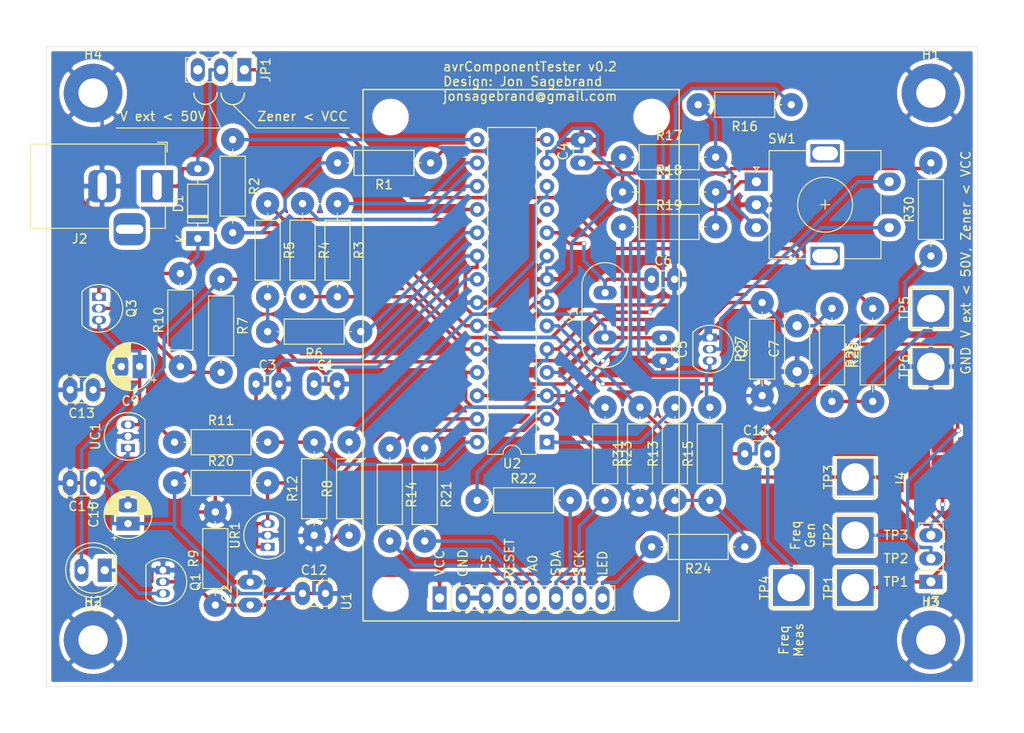
<source format=kicad_pcb>
(kicad_pcb (version 20171130) (host pcbnew 5.1.9-73d0e3b20d~88~ubuntu20.04.1)
  (layers (0 F.Cu signal) (31 B.Cu signal) (34 B.Paste user) (35 F.Paste user) (36 B.SilkS user) (37 F.SilkS user) (38 B.Mask user) (39 F.Mask user) (44 Edge.Cuts user))
  (net 0 "")
  (net 1 TPGND)
  (net 2 "Net-(C1-Pad1)")
  (net 3 "Net-(C2-Pad1)")
  (net 4 +5V)
  (net 5 XTAL1)
  (net 6 XTAL2)
  (net 7 ZenerMeas)
  (net 8 VREF)
  (net 9 TP4)
  (net 10 FreqMeas)
  (net 11 VCC)
  (net 12 "Net-(D1-Pad1)")
  (net 13 "Net-(D2-Pad2)")
  (net 14 "Net-(D2-Pad1)")
  (net 15 "Net-(J2-Pad3)")
  (net 16 TP3)
  (net 17 TP2)
  (net 18 TP1)
  (net 19 "Net-(JP1-Pad3)")
  (net 20 "Net-(JP1-Pad1)")
  (net 21 "Net-(Q2-Pad3)")
  (net 22 "Net-(Q2-Pad2)")
  (net 23 "Net-(Q3-Pad2)")
  (net 24 "Net-(R1-Pad1)")
  (net 25 "Net-(R2-Pad1)")
  (net 26 "Net-(R3-Pad1)")
  (net 27 "Net-(R4-Pad1)")
  (net 28 "Net-(R5-Pad1)")
  (net 29 "Net-(R6-Pad1)")
  (net 30 "Net-(R8-Pad2)")
  (net 31 "Net-(R11-Pad2)")
  (net 32 "Net-(R13-Pad2)")
  (net 33 "Net-(R14-Pad2)")
  (net 34 "Net-(R16-Pad2)")
  (net 35 SDA)
  (net 36 A0)
  (net 37 "Net-(R20-Pad2)")
  (net 38 "Net-(R21-Pad2)")
  (net 39 "Net-(R22-Pad2)")
  (net 40 "Net-(R23-Pad2)")
  (net 41 SCK)
  (net 42 "Net-(R24-Pad2)")
  (net 43 TP5)
  (net 44 "Net-(U2-Pad11)")
  (net 45 RST)
  (net 46 "Net-(R18-Pad2)")
  (module My_Misc:RotaryEncoder_Alps_EC11E-Switch_Vertical_H20mm_large (layer F.Cu) (at 167.64 57.94)
    (fp_text reference SW1 (at 2.8 -4.7) (layer F.SilkS))
    (fp_text value EC11)
    (pad A thru_hole rect (at 0 0) (size 2.54 2) (drill 1) (layers *.Cu *.Mask) (net 46 "Net-(R18-Pad2)"))
    (pad C thru_hole oval (at 0 2.5) (size 2.54 2) (drill 1) (layers *.Cu *.Mask) (net 1 TPGND))
    (pad B thru_hole oval (at 0 5) (size 2.54 2) (drill 1) (layers *.Cu *.Mask) (net 34 "Net-(R16-Pad2)"))
    (pad MP thru_hole rect (at 7.5 -3.1) (size 3.2 2) (drill oval 2.8 1.5) (layers *.Cu *.Mask))
    (pad MP thru_hole rect (at 7.5 8.1) (size 3.2 2) (drill oval 2.8 1.5) (layers *.Cu *.Mask))
    (pad S2 thru_hole oval (at 14.5 0) (size 2.54 2) (drill 1) (layers *.Cu *.Mask) (net 22 "Net-(Q2-Pad2)"))
    (pad S1 thru_hole oval (at 14.5 5) (size 2.54 2) (drill 1) (layers *.Cu *.Mask) (net 13 "Net-(D2-Pad2)"))
  )
  (module MountingHole:MountingHole_3.2mm_M3_Pad (layer F.Cu) (at 95.25 48.26)
    (fp_text reference H4 (at 0 -4.2) (layer F.SilkS))
    (fp_text value MountingHole_Pad)
    (pad 1 thru_hole circle (at 0 0) (size 6.4 6.4) (drill 3.2) (layers *.Cu *.Mask) (net 1 TPGND))
  )
  (module MountingHole:MountingHole_3.2mm_M3_Pad (layer F.Cu) (at 186.69 107.95)
    (fp_text reference H3 (at 0 -4.2) (layer F.SilkS))
    (fp_text value MountingHole_Pad)
    (pad 1 thru_hole circle (at 0 0) (size 6.4 6.4) (drill 3.2) (layers *.Cu *.Mask) (net 1 TPGND))
  )
  (module MountingHole:MountingHole_3.2mm_M3_Pad (layer F.Cu) (at 95.25 107.95)
    (fp_text reference H2 (at 0 -4.2) (layer F.SilkS))
    (fp_text value MountingHole_Pad)
    (pad 1 thru_hole circle (at 0 0) (size 6.4 6.4) (drill 3.2) (layers *.Cu *.Mask) (net 1 TPGND))
  )
  (module MountingHole:MountingHole_3.2mm_M3_Pad (layer F.Cu) (at 186.69 48.26)
    (fp_text reference H1 (at 0 -4.2) (layer F.SilkS))
    (fp_text value MountingHole_Pad)
    (pad 1 thru_hole circle (at 0 0) (size 6.4 6.4) (drill 3.2) (layers *.Cu *.Mask) (net 1 TPGND))
  )
  (module My_Misc:R_Axial_DIN0207_L6.3mm_D2.5mm_P10.16mm_Horizontal_larger_pads (layer F.Cu) (at 137.16 92.71)
    (fp_text reference R22 (at 5.08 -2.37) (layer F.SilkS))
    (fp_text value 10k hide)
    (pad 2 thru_hole circle (at 10.16 0) (size 2.54 2.54) (drill 0.8) (layers *.Cu *.Mask) (net 39 "Net-(R22-Pad2)"))
    (pad 1 thru_hole circle (at 0 0) (size 2.54 2.54) (drill 0.8) (layers *.Cu *.Mask) (net 35 SDA))
  )
  (module My_Misc:C_Disc_D3.0mm_W1.6mm_P2.50mm_larg (layer F.Cu) (at 113.03 80.01)
    (fp_text reference C3 (at 1.25 -2.05) (layer F.SilkS))
    (fp_text value 100n)
    (pad 2 thru_hole oval (at 2.5 0) (size 1.6 2.54) (drill 0.8) (layers *.Cu *.Mask) (net 1 TPGND))
    (pad 1 thru_hole oval (at 0 0) (size 1.6 2.54) (drill 0.8) (layers *.Cu *.Mask) (net 4 +5V))
  )
  (module My_Misc:C_Disc_D3.0mm_W1.6mm_P2.50mm_larg (layer F.Cu) (at 119.38 80.01)
    (fp_text reference C1 (at 1.25 -2.05) (layer F.SilkS))
    (fp_text value 1n)
    (pad 2 thru_hole oval (at 2.5 0) (size 1.6 2.54) (drill 0.8) (layers *.Cu *.Mask) (net 1 TPGND))
    (pad 1 thru_hole oval (at 0 0) (size 1.6 2.54) (drill 0.8) (layers *.Cu *.Mask) (net 2 "Net-(C1-Pad1)"))
  )
  (module My_Parts:3-pad_SMD_test-pad (layer F.Cu) (at 186.69 87.63 90)
    (fp_text reference J4 (at -2.794 -3.302 90) (layer F.SilkS))
    (fp_text value 3-pin_test_header)
    (pad 3 smd rect (at 0 -1.27 90) (size 10 2.4) (layers F.Cu F.Paste F.Mask) (net 18 TP1))
    (pad 2 smd rect (at 2.54 1.27 90) (size 4.8 2.4) (layers F.Cu F.Paste F.Mask) (net 17 TP2))
    (pad 1 smd rect (at -2.54 1.27 90) (size 4.8 2.4) (layers F.Cu F.Paste F.Mask) (net 16 TP3))
  )
  (module My_Misc:R_Axial_DIN0207_L6.3mm_D2.5mm_P10.16mm_Horizontal_larger_pads (layer F.Cu) (at 131.445 86.995 270)
    (fp_text reference R21 (at 5.08 -2.37 90) (layer F.SilkS))
    (fp_text value 10k hide)
    (pad 2 thru_hole circle (at 10.16 0 270) (size 2.54 2.54) (drill 0.8) (layers *.Cu *.Mask) (net 38 "Net-(R21-Pad2)"))
    (pad 1 thru_hole circle (at 0 0 270) (size 2.54 2.54) (drill 0.8) (layers *.Cu *.Mask) (net 36 A0))
  )
  (module My_Parts:ST7735_1.8_TFT_display_128x160_no-SD_large (layer F.Cu) (at 133.07 103.37 90)
    (fp_text reference U1 (at -0.34 -10.16 90) (layer F.SilkS))
    (fp_text value ST7735_1.8"_TFT_128x160 hide)
    (fp_text user LED (at 3.81 17.78 90) (layer F.SilkS))
    (fp_text user SCK (at 3.81 15.24 90) (layer F.SilkS))
    (fp_text user SDA (at 3.81 12.7 90) (layer F.SilkS))
    (fp_text user A0 (at 3.81 10.16 90) (layer F.SilkS))
    (fp_text user RESET (at 4.25 7.62 90) (layer F.SilkS))
    (fp_text user CS (at 3.81 5.08 90) (layer F.SilkS))
    (fp_text user GND (at 3.81 2.54 90) (layer F.SilkS))
    (fp_text user VCC (at 3.81 0 90) (layer F.SilkS))
    (pad "" np_thru_hole circle (at 52.5 23.14 90) (size 3 3) (drill 3) (layers *.Cu *.Mask))
    (pad "" np_thru_hole circle (at 0.5 23.14 90) (size 3 3) (drill 3) (layers *.Cu *.Mask))
    (pad "" np_thru_hole circle (at 52.5 -5.36 90) (size 3 3) (drill 3) (layers *.Cu *.Mask))
    (pad "" np_thru_hole circle (at 0.5 -5.36 90) (size 3 3) (drill 3) (layers *.Cu *.Mask))
    (pad 8 thru_hole oval (at 0 17.78 90) (size 2.54 1.524) (drill 1) (layers *.Cu *.Mask) (net 42 "Net-(R24-Pad2)"))
    (pad 7 thru_hole oval (at 0 15.24 90) (size 2.54 1.524) (drill 1) (layers *.Cu *.Mask) (net 40 "Net-(R23-Pad2)"))
    (pad 6 thru_hole oval (at 0 12.7 90) (size 2.54 1.524) (drill 1) (layers *.Cu *.Mask) (net 39 "Net-(R22-Pad2)"))
    (pad 5 thru_hole oval (at 0 10.16 90) (size 2.54 1.524) (drill 1) (layers *.Cu *.Mask) (net 38 "Net-(R21-Pad2)"))
    (pad 4 thru_hole oval (at 0 7.62 90) (size 2.54 1.524) (drill 1) (layers *.Cu *.Mask) (net 33 "Net-(R14-Pad2)"))
    (pad 3 thru_hole oval (at 0 5.08 90) (size 2.54 1.524) (drill 1) (layers *.Cu *.Mask) (net 1 TPGND))
    (pad 2 thru_hole oval (at 0 2.54 90) (size 2.54 1.524) (drill 1) (layers *.Cu *.Mask) (net 1 TPGND))
    (pad 1 thru_hole rect (at 0 0 90) (size 2.54 1.524) (drill 1) (layers *.Cu *.Mask) (net 4 +5V))
  )
  (module My_Misc:Crystal_HC49-4H_Vertical_large (layer F.Cu) (at 151.13 74.93 90)
    (fp_text reference Y1 (at 2.44 -3.525 90) (layer F.SilkS))
    (fp_text value 8MHz)
    (pad 2 thru_hole oval (at 4.88 0 90) (size 1.5 2.54) (drill 0.8) (layers *.Cu *.Mask) (net 6 XTAL2))
    (pad 1 thru_hole oval (at 0 0 90) (size 1.5 2.54) (drill 0.8) (layers *.Cu *.Mask) (net 5 XTAL1))
  )
  (module My_Misc:TO-92_Inline_large (layer F.Cu) (at 114.3 97.79 90)
    (fp_text reference UR1 (at 1.27 -3.56 90) (layer F.SilkS))
    (fp_text value TL431LP)
    (pad 1 thru_hole rect (at 0 0 90) (size 0.889 1.524) (drill 0.75) (layers *.Cu *.Mask) (net 37 "Net-(R20-Pad2)"))
    (pad 3 thru_hole oval (at 2.54 0 90) (size 0.889 1.524) (drill 0.75) (layers *.Cu *.Mask) (net 37 "Net-(R20-Pad2)"))
    (pad 2 thru_hole oval (at 1.27 0 90) (size 0.889 1.524) (drill 0.75) (layers *.Cu *.Mask) (net 1 TPGND))
  )
  (module My_Misc:TO-92_Inline_large (layer F.Cu) (at 99.06 86.995 90)
    (fp_text reference UC1 (at 1.27 -3.56 90) (layer F.SilkS))
    (fp_text value L78L05_TO92)
    (pad 1 thru_hole rect (at 0 0 90) (size 0.889 1.524) (drill 0.75) (layers *.Cu *.Mask) (net 4 +5V))
    (pad 3 thru_hole oval (at 2.54 0 90) (size 0.889 1.524) (drill 0.75) (layers *.Cu *.Mask) (net 8 VREF))
    (pad 2 thru_hole oval (at 1.27 0 90) (size 0.889 1.524) (drill 0.75) (layers *.Cu *.Mask) (net 1 TPGND))
  )
  (module Package_DIP:DIP-28_W7.62mm (layer F.Cu) (at 144.78 86.36 180)
    (fp_text reference U2 (at 3.81 -2.33) (layer F.SilkS))
    (fp_text value ATmega328P-PU)
    (pad 28 thru_hole oval (at 7.62 0 180) (size 1.6 1.6) (drill 0.8) (layers *.Cu *.Mask) (net 31 "Net-(R11-Pad2)"))
    (pad 14 thru_hole oval (at 0 33.02 180) (size 1.6 1.6) (drill 0.8) (layers *.Cu *.Mask) (net 24 "Net-(R1-Pad1)"))
    (pad 27 thru_hole oval (at 7.62 2.54 180) (size 1.6 1.6) (drill 0.8) (layers *.Cu *.Mask) (net 37 "Net-(R20-Pad2)"))
    (pad 13 thru_hole oval (at 0 30.48 180) (size 1.6 1.6) (drill 0.8) (layers *.Cu *.Mask) (net 21 "Net-(Q2-Pad3)"))
    (pad 26 thru_hole oval (at 7.62 5.08 180) (size 1.6 1.6) (drill 0.8) (layers *.Cu *.Mask) (net 7 ZenerMeas))
    (pad 12 thru_hole oval (at 0 27.94 180) (size 1.6 1.6) (drill 0.8) (layers *.Cu *.Mask) (net 30 "Net-(R8-Pad2)"))
    (pad 25 thru_hole oval (at 7.62 7.62 180) (size 1.6 1.6) (drill 0.8) (layers *.Cu *.Mask) (net 16 TP3))
    (pad 11 thru_hole oval (at 0 25.4 180) (size 1.6 1.6) (drill 0.8) (layers *.Cu *.Mask) (net 44 "Net-(U2-Pad11)"))
    (pad 24 thru_hole oval (at 7.62 10.16 180) (size 1.6 1.6) (drill 0.8) (layers *.Cu *.Mask) (net 17 TP2))
    (pad 10 thru_hole oval (at 0 22.86 180) (size 1.6 1.6) (drill 0.8) (layers *.Cu *.Mask) (net 6 XTAL2))
    (pad 23 thru_hole oval (at 7.62 12.7 180) (size 1.6 1.6) (drill 0.8) (layers *.Cu *.Mask) (net 18 TP1))
    (pad 9 thru_hole oval (at 0 20.32 180) (size 1.6 1.6) (drill 0.8) (layers *.Cu *.Mask) (net 5 XTAL1))
    (pad 22 thru_hole oval (at 7.62 15.24 180) (size 1.6 1.6) (drill 0.8) (layers *.Cu *.Mask) (net 1 TPGND))
    (pad 8 thru_hole oval (at 0 17.78 180) (size 1.6 1.6) (drill 0.8) (layers *.Cu *.Mask) (net 1 TPGND))
    (pad 21 thru_hole oval (at 7.62 17.78 180) (size 1.6 1.6) (drill 0.8) (layers *.Cu *.Mask) (net 2 "Net-(C1-Pad1)"))
    (pad 7 thru_hole oval (at 0 15.24 180) (size 1.6 1.6) (drill 0.8) (layers *.Cu *.Mask) (net 4 +5V))
    (pad 20 thru_hole oval (at 7.62 20.32 180) (size 1.6 1.6) (drill 0.8) (layers *.Cu *.Mask) (net 4 +5V))
    (pad 6 thru_hole oval (at 0 12.7 180) (size 1.6 1.6) (drill 0.8) (layers *.Cu *.Mask) (net 10 FreqMeas))
    (pad 19 thru_hole oval (at 7.62 22.86 180) (size 1.6 1.6) (drill 0.8) (layers *.Cu *.Mask) (net 29 "Net-(R6-Pad1)"))
    (pad 5 thru_hole oval (at 0 10.16 180) (size 1.6 1.6) (drill 0.8) (layers *.Cu *.Mask) (net 35 SDA))
    (pad 18 thru_hole oval (at 7.62 25.4 180) (size 1.6 1.6) (drill 0.8) (layers *.Cu *.Mask) (net 28 "Net-(R5-Pad1)"))
    (pad 4 thru_hole oval (at 0 7.62 180) (size 1.6 1.6) (drill 0.8) (layers *.Cu *.Mask) (net 41 SCK))
    (pad 17 thru_hole oval (at 7.62 27.94 180) (size 1.6 1.6) (drill 0.8) (layers *.Cu *.Mask) (net 27 "Net-(R4-Pad1)"))
    (pad 3 thru_hole oval (at 0 5.08 180) (size 1.6 1.6) (drill 0.8) (layers *.Cu *.Mask) (net 36 A0))
    (pad 16 thru_hole oval (at 7.62 30.48 180) (size 1.6 1.6) (drill 0.8) (layers *.Cu *.Mask) (net 26 "Net-(R3-Pad1)"))
    (pad 2 thru_hole oval (at 0 2.54 180) (size 1.6 1.6) (drill 0.8) (layers *.Cu *.Mask) (net 45 RST))
    (pad 15 thru_hole oval (at 7.62 33.02 180) (size 1.6 1.6) (drill 0.8) (layers *.Cu *.Mask) (net 25 "Net-(R2-Pad1)"))
    (pad 1 thru_hole rect (at 0 0 180) (size 1.6 1.6) (drill 0.8) (layers *.Cu *.Mask) (net 32 "Net-(R13-Pad2)"))
  )
  (module My_Parts:TestPoint_THTPad_4.0x4.0mm_Drill3.0mm (layer F.Cu) (at 186.69 78.105 90)
    (fp_text reference TP6 (at 0 -2.898 90) (layer F.SilkS))
    (fp_text value TestPoint)
    (pad 1 thru_hole rect (at 0 0 90) (size 4 4) (drill 3) (layers *.Cu *.Mask) (net 1 TPGND))
  )
  (module My_Parts:TestPoint_THTPad_4.0x4.0mm_Drill3.0mm (layer F.Cu) (at 186.69 71.755 90)
    (fp_text reference TP5 (at 0 -2.898 90) (layer F.SilkS))
    (fp_text value TestPoint)
    (pad 1 thru_hole rect (at 0 0 90) (size 4 4) (drill 3) (layers *.Cu *.Mask) (net 43 TP5))
  )
  (module My_Parts:TestPoint_THTPad_4.0x4.0mm_Drill3.0mm (layer F.Cu) (at 171.45 102.235 90)
    (fp_text reference TP4 (at 0 -2.898 90) (layer F.SilkS))
    (fp_text value TestPoint)
    (pad 1 thru_hole rect (at 0 0 90) (size 4 4) (drill 3) (layers *.Cu *.Mask) (net 9 TP4))
  )
  (module My_Parts:TestPoint_THTPad_4.0x4.0mm_Drill3.0mm (layer F.Cu) (at 178.435 90.17 90)
    (fp_text reference TP3 (at 0 -2.898 90) (layer F.SilkS))
    (fp_text value TestPoint)
    (pad 1 thru_hole rect (at 0 0 90) (size 4 4) (drill 3) (layers *.Cu *.Mask) (net 16 TP3))
  )
  (module My_Parts:TestPoint_THTPad_4.0x4.0mm_Drill3.0mm (layer F.Cu) (at 178.435 96.52 90)
    (fp_text reference TP2 (at 0 -2.898 90) (layer F.SilkS))
    (fp_text value TestPoint)
    (pad 1 thru_hole rect (at 0 0 90) (size 4 4) (drill 3) (layers *.Cu *.Mask) (net 17 TP2))
  )
  (module My_Parts:TestPoint_THTPad_4.0x4.0mm_Drill3.0mm (layer F.Cu) (at 178.435 102.235 90)
    (fp_text reference TP1 (at 0 -2.898 90) (layer F.SilkS))
    (fp_text value TestPoint)
    (pad 1 thru_hole rect (at 0 0 90) (size 4 4) (drill 3) (layers *.Cu *.Mask) (net 18 TP1))
  )
  (module My_Misc:R_Axial_DIN0207_L6.3mm_D2.5mm_P10.16mm_Horizontal_larger_pads (layer F.Cu) (at 154.94 92.71 90)
    (fp_text reference R31 (at 5.08 -2.37 90) (layer F.SilkS))
    (fp_text value 10k hide)
    (pad 2 thru_hole circle (at 10.16 0 90) (size 2.54 2.54) (drill 0.8) (layers *.Cu *.Mask) (net 10 FreqMeas))
    (pad 1 thru_hole circle (at 0 0 90) (size 2.54 2.54) (drill 0.8) (layers *.Cu *.Mask) (net 1 TPGND))
  )
  (module My_Misc:R_Axial_DIN0207_L6.3mm_D2.5mm_P10.16mm_Horizontal_larger_pads (layer F.Cu) (at 186.69 66.04 90)
    (fp_text reference R30 (at 5.08 -2.37 90) (layer F.SilkS))
    (fp_text value 10k hide)
    (pad 2 thru_hole circle (at 10.16 0 90) (size 2.54 2.54) (drill 0.8) (layers *.Cu *.Mask) (net 4 +5V))
    (pad 1 thru_hole circle (at 0 0 90) (size 2.54 2.54) (drill 0.8) (layers *.Cu *.Mask) (net 10 FreqMeas))
  )
  (module My_Misc:R_Axial_DIN0207_L6.3mm_D2.5mm_P10.16mm_Horizontal_larger_pads (layer F.Cu) (at 168.275 81.28 90)
    (fp_text reference R27 (at 5.08 -2.37 90) (layer F.SilkS))
    (fp_text value 20k hide)
    (pad 2 thru_hole circle (at 10.16 0 90) (size 2.54 2.54) (drill 0.8) (layers *.Cu *.Mask) (net 7 ZenerMeas))
    (pad 1 thru_hole circle (at 0 0 90) (size 2.54 2.54) (drill 0.8) (layers *.Cu *.Mask) (net 1 TPGND))
  )
  (module My_Misc:R_Axial_DIN0207_L6.3mm_D2.5mm_P10.16mm_Horizontal_larger_pads (layer F.Cu) (at 175.895 71.755 270)
    (fp_text reference R26 (at 5.08 -2.37 90) (layer F.SilkS))
    (fp_text value 179k45 hide)
    (pad 2 thru_hole circle (at 10.16 0 270) (size 2.54 2.54) (drill 0.8) (layers *.Cu *.Mask) (net 43 TP5))
    (pad 1 thru_hole circle (at 0 0 270) (size 2.54 2.54) (drill 0.8) (layers *.Cu *.Mask) (net 7 ZenerMeas))
  )
  (module My_Misc:R_Axial_DIN0207_L6.3mm_D2.5mm_P10.16mm_Horizontal_larger_pads (layer F.Cu) (at 180.34 81.915 90)
    (fp_text reference R25 (at 5.08 -2.37 90) (layer F.SilkS))
    (fp_text value 2k2 hide)
    (pad 2 thru_hole circle (at 10.16 0 90) (size 2.54 2.54) (drill 0.8) (layers *.Cu *.Mask) (net 20 "Net-(JP1-Pad1)"))
    (pad 1 thru_hole circle (at 0 0 90) (size 2.54 2.54) (drill 0.8) (layers *.Cu *.Mask) (net 43 TP5))
  )
  (module My_Misc:R_Axial_DIN0207_L6.3mm_D2.5mm_P10.16mm_Horizontal_larger_pads (layer F.Cu) (at 166.37 97.79 180)
    (fp_text reference R24 (at 5.08 -2.37) (layer F.SilkS))
    (fp_text value 220R hide)
    (pad 2 thru_hole circle (at 10.16 0 180) (size 2.54 2.54) (drill 0.8) (layers *.Cu *.Mask) (net 42 "Net-(R24-Pad2)"))
    (pad 1 thru_hole circle (at 0 0 180) (size 2.54 2.54) (drill 0.8) (layers *.Cu *.Mask) (net 4 +5V))
  )
  (module My_Misc:R_Axial_DIN0207_L6.3mm_D2.5mm_P10.16mm_Horizontal_larger_pads (layer F.Cu) (at 151.13 82.55 270)
    (fp_text reference R23 (at 5.08 -2.37 90) (layer F.SilkS))
    (fp_text value 10k hide)
    (pad 2 thru_hole circle (at 10.16 0 270) (size 2.54 2.54) (drill 0.8) (layers *.Cu *.Mask) (net 40 "Net-(R23-Pad2)"))
    (pad 1 thru_hole circle (at 0 0 270) (size 2.54 2.54) (drill 0.8) (layers *.Cu *.Mask) (net 41 SCK))
  )
  (module My_Misc:R_Axial_DIN0207_L6.3mm_D2.5mm_P10.16mm_Horizontal_larger_pads (layer F.Cu) (at 104.14 90.805)
    (fp_text reference R20 (at 5.08 -2.37) (layer F.SilkS))
    (fp_text value 2k2 hide)
    (pad 2 thru_hole circle (at 10.16 0) (size 2.54 2.54) (drill 0.8) (layers *.Cu *.Mask) (net 37 "Net-(R20-Pad2)"))
    (pad 1 thru_hole circle (at 0 0) (size 2.54 2.54) (drill 0.8) (layers *.Cu *.Mask) (net 4 +5V))
  )
  (module My_Misc:R_Axial_DIN0207_L6.3mm_D2.5mm_P10.16mm_Horizontal_larger_pads (layer F.Cu) (at 153.035 62.865)
    (fp_text reference R19 (at 5.08 -2.37) (layer F.SilkS))
    (fp_text value 1k hide)
    (pad 2 thru_hole circle (at 10.16 0) (size 2.54 2.54) (drill 0.8) (layers *.Cu *.Mask) (net 46 "Net-(R18-Pad2)"))
    (pad 1 thru_hole circle (at 0 0) (size 2.54 2.54) (drill 0.8) (layers *.Cu *.Mask) (net 36 A0))
  )
  (module My_Misc:R_Axial_DIN0207_L6.3mm_D2.5mm_P10.16mm_Horizontal_larger_pads (layer F.Cu) (at 153.035 59.055)
    (fp_text reference R18 (at 5.08 -2.37) (layer F.SilkS))
    (fp_text value 10k hide)
    (pad 2 thru_hole circle (at 10.16 0) (size 2.54 2.54) (drill 0.8) (layers *.Cu *.Mask) (net 46 "Net-(R18-Pad2)"))
    (pad 1 thru_hole circle (at 0 0) (size 2.54 2.54) (drill 0.8) (layers *.Cu *.Mask) (net 4 +5V))
  )
  (module My_Misc:R_Axial_DIN0207_L6.3mm_D2.5mm_P10.16mm_Horizontal_larger_pads (layer F.Cu) (at 153.035 55.245)
    (fp_text reference R17 (at 5.08 -2.37) (layer F.SilkS))
    (fp_text value 10k hide)
    (pad 2 thru_hole circle (at 10.16 0) (size 2.54 2.54) (drill 0.8) (layers *.Cu *.Mask) (net 34 "Net-(R16-Pad2)"))
    (pad 1 thru_hole circle (at 0 0) (size 2.54 2.54) (drill 0.8) (layers *.Cu *.Mask) (net 4 +5V))
  )
  (module My_Misc:R_Axial_DIN0207_L6.3mm_D2.5mm_P10.16mm_Horizontal_larger_pads (layer F.Cu) (at 171.45 49.53 180)
    (fp_text reference R16 (at 5.08 -2.37) (layer F.SilkS))
    (fp_text value 1k hide)
    (pad 2 thru_hole circle (at 10.16 0 180) (size 2.54 2.54) (drill 0.8) (layers *.Cu *.Mask) (net 34 "Net-(R16-Pad2)"))
    (pad 1 thru_hole circle (at 0 0 180) (size 2.54 2.54) (drill 0.8) (layers *.Cu *.Mask) (net 35 SDA))
  )
  (module My_Misc:R_Axial_DIN0207_L6.3mm_D2.5mm_P10.16mm_Horizontal_larger_pads (layer F.Cu) (at 162.56 92.71 90)
    (fp_text reference R15 (at 5.08 -2.37 90) (layer F.SilkS))
    (fp_text value 27k hide)
    (pad 2 thru_hole circle (at 10.16 0 90) (size 2.54 2.54) (drill 0.8) (layers *.Cu *.Mask) (net 21 "Net-(Q2-Pad3)"))
    (pad 1 thru_hole circle (at 0 0 90) (size 2.54 2.54) (drill 0.8) (layers *.Cu *.Mask) (net 4 +5V))
  )
  (module My_Misc:R_Axial_DIN0207_L6.3mm_D2.5mm_P10.16mm_Horizontal_larger_pads (layer F.Cu) (at 127.635 86.995 270)
    (fp_text reference R14 (at 5.08 -2.37 90) (layer F.SilkS))
    (fp_text value 10k hide)
    (pad 2 thru_hole circle (at 10.16 0 270) (size 2.54 2.54) (drill 0.8) (layers *.Cu *.Mask) (net 33 "Net-(R14-Pad2)"))
    (pad 1 thru_hole circle (at 0 0 270) (size 2.54 2.54) (drill 0.8) (layers *.Cu *.Mask) (net 45 RST))
  )
  (module My_Misc:R_Axial_DIN0207_L6.3mm_D2.5mm_P10.16mm_Horizontal_larger_pads (layer F.Cu) (at 158.75 92.71 90)
    (fp_text reference R13 (at 5.08 -2.37 90) (layer F.SilkS))
    (fp_text value 10k hide)
    (pad 2 thru_hole circle (at 10.16 0 90) (size 2.54 2.54) (drill 0.8) (layers *.Cu *.Mask) (net 32 "Net-(R13-Pad2)"))
    (pad 1 thru_hole circle (at 0 0 90) (size 2.54 2.54) (drill 0.8) (layers *.Cu *.Mask) (net 4 +5V))
  )
  (module My_Misc:R_Axial_DIN0207_L6.3mm_D2.5mm_P10.16mm_Horizontal_larger_pads (layer F.Cu) (at 119.38 96.52 90)
    (fp_text reference R12 (at 5.08 -2.37 90) (layer F.SilkS))
    (fp_text value 3k3 hide)
    (pad 2 thru_hole circle (at 10.16 0 90) (size 2.54 2.54) (drill 0.8) (layers *.Cu *.Mask) (net 31 "Net-(R11-Pad2)"))
    (pad 1 thru_hole circle (at 0 0 90) (size 2.54 2.54) (drill 0.8) (layers *.Cu *.Mask) (net 1 TPGND))
  )
  (module My_Misc:R_Axial_DIN0207_L6.3mm_D2.5mm_P10.16mm_Horizontal_larger_pads (layer F.Cu) (at 104.14 86.36)
    (fp_text reference R11 (at 5.08 -2.37) (layer F.SilkS))
    (fp_text value 10k hide)
    (pad 2 thru_hole circle (at 10.16 0) (size 2.54 2.54) (drill 0.8) (layers *.Cu *.Mask) (net 31 "Net-(R11-Pad2)"))
    (pad 1 thru_hole circle (at 0 0) (size 2.54 2.54) (drill 0.8) (layers *.Cu *.Mask) (net 8 VREF))
  )
  (module My_Misc:R_Axial_DIN0207_L6.3mm_D2.5mm_P10.16mm_Horizontal_larger_pads (layer F.Cu) (at 104.775 78.105 90)
    (fp_text reference R10 (at 5.08 -2.37 90) (layer F.SilkS))
    (fp_text value 33k hide)
    (pad 2 thru_hole circle (at 10.16 0 90) (size 2.54 2.54) (drill 0.8) (layers *.Cu *.Mask) (net 12 "Net-(D1-Pad1)"))
    (pad 1 thru_hole circle (at 0 0 90) (size 2.54 2.54) (drill 0.8) (layers *.Cu *.Mask) (net 23 "Net-(Q3-Pad2)"))
  )
  (module My_Misc:R_Axial_DIN0207_L6.3mm_D2.5mm_P10.16mm_Horizontal_larger_pads (layer F.Cu) (at 108.585 104.14 90)
    (fp_text reference R9 (at 5.08 -2.37 90) (layer F.SilkS))
    (fp_text value 100k hide)
    (pad 2 thru_hole circle (at 10.16 0 90) (size 2.54 2.54) (drill 0.8) (layers *.Cu *.Mask) (net 1 TPGND))
    (pad 1 thru_hole circle (at 0 0 90) (size 2.54 2.54) (drill 0.8) (layers *.Cu *.Mask) (net 3 "Net-(C2-Pad1)"))
  )
  (module My_Misc:R_Axial_DIN0207_L6.3mm_D2.5mm_P10.16mm_Horizontal_larger_pads (layer F.Cu) (at 123.19 96.52 90)
    (fp_text reference R8 (at 5.08 -2.37 90) (layer F.SilkS))
    (fp_text value 27k hide)
    (pad 2 thru_hole circle (at 10.16 0 90) (size 2.54 2.54) (drill 0.8) (layers *.Cu *.Mask) (net 30 "Net-(R8-Pad2)"))
    (pad 1 thru_hole circle (at 0 0 90) (size 2.54 2.54) (drill 0.8) (layers *.Cu *.Mask) (net 3 "Net-(C2-Pad1)"))
  )
  (module My_Misc:R_Axial_DIN0207_L6.3mm_D2.5mm_P10.16mm_Horizontal_larger_pads (layer F.Cu) (at 109.22 68.58 270)
    (fp_text reference R7 (at 5.08 -2.37 90) (layer F.SilkS))
    (fp_text value 3k3 hide)
    (pad 2 thru_hole circle (at 10.16 0 270) (size 2.54 2.54) (drill 0.8) (layers *.Cu *.Mask) (net 23 "Net-(Q3-Pad2)"))
    (pad 1 thru_hole circle (at 0 0 270) (size 2.54 2.54) (drill 0.8) (layers *.Cu *.Mask) (net 13 "Net-(D2-Pad2)"))
  )
  (module My_Misc:R_Axial_DIN0207_L6.3mm_D2.5mm_P10.16mm_Horizontal_larger_pads (layer F.Cu) (at 124.46 74.295 180)
    (fp_text reference R6 (at 5.08 -2.37) (layer F.SilkS))
    (fp_text value 470k hide)
    (pad 2 thru_hole circle (at 10.16 0 180) (size 2.54 2.54) (drill 0.8) (layers *.Cu *.Mask) (net 16 TP3))
    (pad 1 thru_hole circle (at 0 0 180) (size 2.54 2.54) (drill 0.8) (layers *.Cu *.Mask) (net 29 "Net-(R6-Pad1)"))
  )
  (module My_Misc:R_Axial_DIN0207_L6.3mm_D2.5mm_P10.16mm_Horizontal_larger_pads (layer F.Cu) (at 114.3 60.325 270)
    (fp_text reference R5 (at 5.08 -2.37 90) (layer F.SilkS))
    (fp_text value 680R hide)
    (pad 2 thru_hole circle (at 10.16 0 270) (size 2.54 2.54) (drill 0.8) (layers *.Cu *.Mask) (net 16 TP3))
    (pad 1 thru_hole circle (at 0 0 270) (size 2.54 2.54) (drill 0.8) (layers *.Cu *.Mask) (net 28 "Net-(R5-Pad1)"))
  )
  (module My_Misc:R_Axial_DIN0207_L6.3mm_D2.5mm_P10.16mm_Horizontal_larger_pads (layer F.Cu) (at 118.11 60.325 270)
    (fp_text reference R4 (at 5.08 -2.37 90) (layer F.SilkS))
    (fp_text value 470k hide)
    (pad 2 thru_hole circle (at 10.16 0 270) (size 2.54 2.54) (drill 0.8) (layers *.Cu *.Mask) (net 17 TP2))
    (pad 1 thru_hole circle (at 0 0 270) (size 2.54 2.54) (drill 0.8) (layers *.Cu *.Mask) (net 27 "Net-(R4-Pad1)"))
  )
  (module My_Misc:R_Axial_DIN0207_L6.3mm_D2.5mm_P10.16mm_Horizontal_larger_pads (layer F.Cu) (at 121.92 60.325 270)
    (fp_text reference R3 (at 5.08 -2.37 90) (layer F.SilkS))
    (fp_text value 680R hide)
    (pad 2 thru_hole circle (at 10.16 0 270) (size 2.54 2.54) (drill 0.8) (layers *.Cu *.Mask) (net 17 TP2))
    (pad 1 thru_hole circle (at 0 0 270) (size 2.54 2.54) (drill 0.8) (layers *.Cu *.Mask) (net 26 "Net-(R3-Pad1)"))
  )
  (module My_Misc:R_Axial_DIN0207_L6.3mm_D2.5mm_P10.16mm_Horizontal_larger_pads (layer F.Cu) (at 110.49 53.34 270)
    (fp_text reference R2 (at 5.08 -2.37 90) (layer F.SilkS))
    (fp_text value 470k hide)
    (pad 2 thru_hole circle (at 10.16 0 270) (size 2.54 2.54) (drill 0.8) (layers *.Cu *.Mask) (net 18 TP1))
    (pad 1 thru_hole circle (at 0 0 270) (size 2.54 2.54) (drill 0.8) (layers *.Cu *.Mask) (net 25 "Net-(R2-Pad1)"))
  )
  (module My_Misc:R_Axial_DIN0207_L6.3mm_D2.5mm_P10.16mm_Horizontal_larger_pads (layer F.Cu) (at 132.08 55.88 180)
    (fp_text reference R1 (at 5.08 -2.37) (layer F.SilkS))
    (fp_text value 680R hide)
    (pad 2 thru_hole circle (at 10.16 0 180) (size 2.54 2.54) (drill 0.8) (layers *.Cu *.Mask) (net 18 TP1))
    (pad 1 thru_hole circle (at 0 0 180) (size 2.54 2.54) (drill 0.8) (layers *.Cu *.Mask) (net 24 "Net-(R1-Pad1)"))
  )
  (module My_Misc:TO-92_Inline_large (layer F.Cu) (at 95.885 70.485 270)
    (fp_text reference Q3 (at 1.27 -3.56 90) (layer F.SilkS))
    (fp_text value 2N3906)
    (pad 1 thru_hole rect (at 0 0 270) (size 0.889 1.524) (drill 0.75) (layers *.Cu *.Mask) (net 12 "Net-(D1-Pad1)"))
    (pad 3 thru_hole oval (at 2.54 0 270) (size 0.889 1.524) (drill 0.75) (layers *.Cu *.Mask) (net 8 VREF))
    (pad 2 thru_hole oval (at 1.27 0 270) (size 0.889 1.524) (drill 0.75) (layers *.Cu *.Mask) (net 23 "Net-(Q3-Pad2)"))
  )
  (module My_Misc:TO-92_Inline_large (layer F.Cu) (at 162.56 74.93 270)
    (fp_text reference Q2 (at 1.27 -3.56 90) (layer F.SilkS))
    (fp_text value 2N3904)
    (pad 1 thru_hole rect (at 0 0 270) (size 0.889 1.524) (drill 0.75) (layers *.Cu *.Mask) (net 1 TPGND))
    (pad 3 thru_hole oval (at 2.54 0 270) (size 0.889 1.524) (drill 0.75) (layers *.Cu *.Mask) (net 21 "Net-(Q2-Pad3)"))
    (pad 2 thru_hole oval (at 1.27 0 270) (size 0.889 1.524) (drill 0.75) (layers *.Cu *.Mask) (net 22 "Net-(Q2-Pad2)"))
  )
  (module My_Misc:TO-92_Inline_large (layer F.Cu) (at 102.87 100.33 270)
    (fp_text reference Q1 (at 1.27 -3.56 90) (layer F.SilkS))
    (fp_text value 2N3904)
    (pad 1 thru_hole rect (at 0 0 270) (size 0.889 1.524) (drill 0.75) (layers *.Cu *.Mask) (net 1 TPGND))
    (pad 3 thru_hole oval (at 2.54 0 270) (size 0.889 1.524) (drill 0.75) (layers *.Cu *.Mask) (net 14 "Net-(D2-Pad1)"))
    (pad 2 thru_hole oval (at 1.27 0 270) (size 0.889 1.524) (drill 0.75) (layers *.Cu *.Mask) (net 3 "Net-(C2-Pad1)"))
  )
  (module My_Parts:Jumper_1x03_P2.54mm_large (layer F.Cu) (at 111.76 45.72 270)
    (fp_text reference JP1 (at 0 -2.33 90) (layer F.SilkS))
    (fp_text value "Vext <50V, Zener < VCC" hide)
    (pad 3 thru_hole oval (at 0 5.08 270) (size 2.54 1.524) (drill 1) (layers *.Cu *.Mask) (net 19 "Net-(JP1-Pad3)"))
    (pad 2 thru_hole oval (at 0 2.54 270) (size 2.54 1.524) (drill 1) (layers *.Cu *.Mask) (net 11 VCC))
    (pad 1 thru_hole rect (at 0 0 270) (size 2.54 1.524) (drill 1) (layers *.Cu *.Mask) (net 20 "Net-(JP1-Pad1)"))
  )
  (module My_Headers:3-pin_test_header_large (layer F.Cu) (at 186.69 101.6 180)
    (fp_text reference J3 (at 0 -2.33) (layer F.SilkS))
    (fp_text value 3-pin_test_header hide)
    (fp_text user TP3 (at 3.81 5.08) (layer F.SilkS))
    (fp_text user TP2 (at 3.81 2.54) (layer F.SilkS))
    (fp_text user TP1 (at 3.81 0) (layer F.SilkS))
    (pad 3 thru_hole oval (at 0 5.08 180) (size 2.54 1.524) (drill 1) (layers *.Cu *.Mask) (net 16 TP3))
    (pad 2 thru_hole oval (at 0 2.54 180) (size 2.54 1.524) (drill 1) (layers *.Cu *.Mask) (net 17 TP2))
    (pad 1 thru_hole rect (at 0 0 180) (size 2.54 1.524) (drill 1) (layers *.Cu *.Mask) (net 18 TP1))
  )
  (module Connector_BarrelJack:BarrelJack_Horizontal (layer F.Cu) (at 102.235 58.42)
    (fp_text reference J2 (at -8.45 5.75) (layer F.SilkS))
    (fp_text value "8-15VDC In")
    (pad 3 thru_hole roundrect (at -3 4.7) (size 3.5 3.5) (drill oval 3 1) (layers *.Cu *.Mask) (net 15 "Net-(J2-Pad3)"))
    (pad 2 thru_hole roundrect (at -6 0) (size 3 3.5) (drill oval 1 3) (layers *.Cu *.Mask) (net 1 TPGND))
    (pad 1 thru_hole rect (at 0 0) (size 3.5 3.5) (drill oval 1 3) (layers *.Cu *.Mask) (net 11 VCC))
  )
  (module My_Misc:LED_D5.0mm_larger_pads (layer F.Cu) (at 96.52 100.33 180)
    (fp_text reference D2 (at 1.27 -3.96) (layer F.SilkS))
    (fp_text value LED hide)
    (pad 2 thru_hole oval (at 2.54 0 180) (size 1.524 2.54) (drill 0.9) (layers *.Cu *.Mask) (net 13 "Net-(D2-Pad2)"))
    (pad 1 thru_hole rect (at 0 0 180) (size 1.524 2.54) (drill 0.9) (layers *.Cu *.Mask) (net 14 "Net-(D2-Pad1)"))
  )
  (module My_Misc:D_DO-35_SOD27_P7.62mm_Horizontal_large (layer F.Cu) (at 106.68 64.135 90)
    (fp_text reference D1 (at 3.81 -2.12 90) (layer F.SilkS))
    (fp_text value BAT43)
    (fp_text user K (at 0 -1.8 90) (layer F.SilkS))
    (pad 2 thru_hole oval (at 7.62 0 90) (size 1.6 2.54) (drill 0.8) (layers *.Cu *.Mask) (net 11 VCC))
    (pad 1 thru_hole rect (at 0 0 90) (size 1.6 2.54) (drill 0.8) (layers *.Cu *.Mask) (net 12 "Net-(D1-Pad1)"))
  )
  (module My_Misc:C_Disc_D3.8mm_W2.6mm_P2.50mm_large (layer F.Cu) (at 95.25 90.805 180)
    (fp_text reference C14 (at 1.25 -2.55) (layer F.SilkS))
    (fp_text value 100n)
    (pad 2 thru_hole oval (at 2.5 0 180) (size 1.6 2.54) (drill 0.8) (layers *.Cu *.Mask) (net 1 TPGND))
    (pad 1 thru_hole oval (at 0 0 180) (size 1.6 2.54) (drill 0.8) (layers *.Cu *.Mask) (net 4 +5V))
  )
  (module My_Misc:C_Disc_D3.8mm_W2.6mm_P2.50mm_large (layer F.Cu) (at 95.25 80.645 180)
    (fp_text reference C13 (at 1.25 -2.55) (layer F.SilkS))
    (fp_text value 100n)
    (pad 2 thru_hole oval (at 2.5 0 180) (size 1.6 2.54) (drill 0.8) (layers *.Cu *.Mask) (net 1 TPGND))
    (pad 1 thru_hole oval (at 0 0 180) (size 1.6 2.54) (drill 0.8) (layers *.Cu *.Mask) (net 8 VREF))
  )
  (module My_Misc:C_Disc_D3.8mm_W2.6mm_P2.50mm_large (layer F.Cu) (at 118.11 102.87)
    (fp_text reference C12 (at 1.25 -2.55) (layer F.SilkS))
    (fp_text value 100n)
    (pad 2 thru_hole oval (at 2.5 0) (size 1.6 2.54) (drill 0.8) (layers *.Cu *.Mask) (net 1 TPGND))
    (pad 1 thru_hole oval (at 0 0) (size 1.6 2.54) (drill 0.8) (layers *.Cu *.Mask) (net 4 +5V))
  )
  (module My_Misc:C_Disc_D3.8mm_W2.6mm_P2.50mm_large (layer F.Cu) (at 166.37 87.63)
    (fp_text reference C11 (at 1.25 -2.55) (layer F.SilkS))
    (fp_text value 100n)
    (pad 2 thru_hole oval (at 2.5 0) (size 1.6 2.54) (drill 0.8) (layers *.Cu *.Mask) (net 9 TP4))
    (pad 1 thru_hole oval (at 0 0) (size 1.6 2.54) (drill 0.8) (layers *.Cu *.Mask) (net 10 FreqMeas))
  )
  (module My_Misc:CP_Radial_D5.0mm_P2.00mm_larger (layer F.Cu) (at 99.06 95.25 90)
    (fp_text reference C10 (at 1 -3.75 90) (layer F.SilkS))
    (fp_text value 10u)
    (pad 2 thru_hole oval (at 2 0 90) (size 1.524 2.54) (drill 0.8) (layers *.Cu *.Mask) (net 1 TPGND))
    (pad 1 thru_hole rect (at 0 0 90) (size 1.524 2.54) (drill 0.8) (layers *.Cu *.Mask) (net 4 +5V))
  )
  (module My_Misc:CP_Radial_D5.0mm_P2.00mm_larger (layer F.Cu) (at 100.33 78.105 180)
    (fp_text reference C9 (at 1 -3.75) (layer F.SilkS))
    (fp_text value 10u)
    (pad 2 thru_hole oval (at 2 0 180) (size 1.524 2.54) (drill 0.8) (layers *.Cu *.Mask) (net 1 TPGND))
    (pad 1 thru_hole rect (at 0 0 180) (size 1.524 2.54) (drill 0.8) (layers *.Cu *.Mask) (net 8 VREF))
  )
  (module My_Misc:C_Disc_D7.5mm_W2.5mm_P5.00mm_larger (layer F.Cu) (at 172.085 78.66 90)
    (fp_text reference C7 (at 2.5 -2.5 90) (layer F.SilkS))
    (fp_text value "10n 100V")
    (pad 2 thru_hole oval (at 5 0 90) (size 2.54 2.54) (drill 1) (layers *.Cu *.Mask) (net 7 ZenerMeas))
    (pad 1 thru_hole oval (at 0 0 90) (size 2.54 2.54) (drill 1) (layers *.Cu *.Mask) (net 1 TPGND))
  )
  (module My_Misc:C_Disc_D3.0mm_W1.6mm_P2.50mm_larg (layer F.Cu) (at 156.21 68.58)
    (fp_text reference C6 (at 1.25 -2.05) (layer F.SilkS))
    (fp_text value 22p)
    (pad 2 thru_hole oval (at 2.5 0) (size 1.6 2.54) (drill 0.8) (layers *.Cu *.Mask) (net 1 TPGND))
    (pad 1 thru_hole oval (at 0 0) (size 1.6 2.54) (drill 0.8) (layers *.Cu *.Mask) (net 6 XTAL2))
  )
  (module My_Misc:C_Disc_D3.0mm_W1.6mm_P2.50mm_larg (layer F.Cu) (at 157.48 74.97 270)
    (fp_text reference C5 (at 1.25 -2.05 90) (layer F.SilkS))
    (fp_text value 22p)
    (pad 2 thru_hole oval (at 2.5 0 270) (size 1.6 2.54) (drill 0.8) (layers *.Cu *.Mask) (net 1 TPGND))
    (pad 1 thru_hole oval (at 0 0 270) (size 1.6 2.54) (drill 0.8) (layers *.Cu *.Mask) (net 5 XTAL1))
  )
  (module My_Misc:C_Disc_D3.0mm_W1.6mm_P2.50mm_larg (layer F.Cu) (at 148.59 55.88 90)
    (fp_text reference C4 (at 1.25 -2.05 90) (layer F.SilkS))
    (fp_text value 100n)
    (pad 2 thru_hole oval (at 2.5 0 90) (size 1.6 2.54) (drill 0.8) (layers *.Cu *.Mask) (net 1 TPGND))
    (pad 1 thru_hole oval (at 0 0 90) (size 1.6 2.54) (drill 0.8) (layers *.Cu *.Mask) (net 4 +5V))
  )
  (module My_Misc:C_Disc_D3.8mm_W2.6mm_P2.50mm_large (layer F.Cu) (at 112.395 104.14 90)
    (fp_text reference C2 (at 1.25 -2.55 90) (layer F.SilkS))
    (fp_text value 10n)
    (pad 2 thru_hole oval (at 2.5 0 90) (size 1.6 2.54) (drill 0.8) (layers *.Cu *.Mask) (net 1 TPGND))
    (pad 1 thru_hole oval (at 0 0 90) (size 1.6 2.54) (drill 0.8) (layers *.Cu *.Mask) (net 3 "Net-(C2-Pad1)"))
  )
  (gr_line (start 99.06 52.07) (end 97.79 52.07) (layer F.SilkS) (width 0.12))
  (gr_line (start 109.22 52.07) (end 107.95 49.53) (layer F.SilkS) (width 0.12))
  (gr_line (start 99.06 52.07) (end 109.22 52.07) (layer F.SilkS) (width 0.12))
  (gr_line (start 113.03 52.07) (end 110.49 49.53) (layer F.SilkS) (width 0.12))
  (gr_line (start 113.03 52.07) (end 123.19 52.07) (layer F.SilkS) (width 0.12))
  (gr_text "Zener < VCC" (at 118.11 50.8) (layer F.SilkS) (effects (font (size 1 1))))
  (gr_text "V ext < 50V" (at 102.87 50.8) (layer F.SilkS) (effects (font (size 1 1))))
  (gr_text "V ext < 50V, Zener < VCC" (at 190.5 64.77 90) (layer F.SilkS) (effects (font (size 1 1))))
  (gr_text GND (at 190.5 77.47 90) (layer F.SilkS) (effects (font (size 1 1))))
  (gr_text "Freq\nGen" (at 172.72 96.52 90) (layer F.SilkS) (effects (font (size 1 1))))
  (gr_text "Freq\nMeas" (at 171.45 107.95 90) (layer F.SilkS) (effects (font (size 1 1))))
  (gr_text "avrComponentTester v0.2\nDesign: Jon Sagebrand\njonsagebrand@gmail.com" (at 133.35 46.99) (layer F.SilkS) (effects (font (size 1 1)) (justify left)))
  (gr_line (start 90.17 113.03) (end 90.17 43.18) (layer Edge.Cuts) (width 0.05))
  (gr_line (start 191.77 113.03) (end 90.17 113.03) (layer Edge.Cuts) (width 0.05))
  (gr_line (start 191.77 43.18) (end 191.77 113.03) (layer Edge.Cuts) (width 0.05))
  (gr_line (start 90.17 43.18) (end 191.77 43.18) (layer Edge.Cuts) (width 0.05))
  (segment (start 162.1474 74.5174) (end 162.1474 70.7726) (width 0.381) (layer B.Cu) (net 1))
  (segment (start 162.1474 70.7726) (end 162.1456 70.7708) (width 0.381) (layer B.Cu) (net 1))
  (segment (start 159.1948 77.47) (end 162.1474 74.5174) (width 0.381) (layer B.Cu) (net 1))
  (segment (start 162.1474 74.5174) (end 162.56 74.93) (width 0.381) (layer B.Cu) (net 1))
  (segment (start 169.4036 62.2036) (end 167.64 60.44) (width 0.381) (layer B.Cu) (net 1))
  (segment (start 162.1456 70.7708) (end 169.4036 63.5128) (width 0.381) (layer B.Cu) (net 1))
  (segment (start 169.4036 63.5128) (end 169.4036 62.2036) (width 0.381) (layer B.Cu) (net 1))
  (segment (start 186.69 48.26) (end 172.7464 62.2036) (width 0.381) (layer B.Cu) (net 1))
  (segment (start 172.7464 62.2036) (end 169.4036 62.2036) (width 0.381) (layer B.Cu) (net 1))
  (segment (start 159.9548 68.58) (end 162.1456 70.7708) (width 0.381) (layer B.Cu) (net 1))
  (segment (start 144.78 67.3352) (end 145.2958 67.3352) (width 0.381) (layer B.Cu) (net 1))
  (segment (start 145.2958 67.3352) (end 146.7104 65.9206) (width 0.381) (layer B.Cu) (net 1))
  (segment (start 146.7104 65.9206) (end 146.7104 55.493) (width 0.381) (layer B.Cu) (net 1))
  (segment (start 146.7104 55.493) (end 147.5786 54.6248) (width 0.381) (layer B.Cu) (net 1))
  (segment (start 147.5786 54.6248) (end 148.59 54.6248) (width 0.381) (layer B.Cu) (net 1))
  (segment (start 168.275 79.0259) (end 170.0043 79.0259) (width 0.381) (layer F.Cu) (net 1))
  (segment (start 170.0043 79.0259) (end 170.3702 78.66) (width 0.381) (layer F.Cu) (net 1))
  (segment (start 163.7668 74.93) (end 167.8627 79.0259) (width 0.381) (layer F.Cu) (net 1))
  (segment (start 167.8627 79.0259) (end 168.275 79.0259) (width 0.381) (layer F.Cu) (net 1))
  (segment (start 168.275 79.0259) (end 168.275 81.28) (width 0.381) (layer F.Cu) (net 1))
  (segment (start 172.085 78.66) (end 170.3702 78.66) (width 0.381) (layer F.Cu) (net 1))
  (segment (start 158.71 68.58) (end 159.9548 68.58) (width 0.381) (layer B.Cu) (net 1))
  (segment (start 115.53 80.01) (end 116.7748 80.01) (width 0.381) (layer F.Cu) (net 1))
  (segment (start 121.88 80.01) (end 120.6352 80.01) (width 0.381) (layer F.Cu) (net 1))
  (segment (start 120.6352 80.01) (end 120.6352 78.9986) (width 0.381) (layer F.Cu) (net 1))
  (segment (start 120.6352 78.9986) (end 119.9166 78.28) (width 0.381) (layer F.Cu) (net 1))
  (segment (start 119.9166 78.28) (end 118.5048 78.28) (width 0.381) (layer F.Cu) (net 1))
  (segment (start 118.5048 78.28) (end 116.7748 80.01) (width 0.381) (layer F.Cu) (net 1))
  (segment (start 186.69 78.105) (end 186.69 80.5498) (width 0.381) (layer B.Cu) (net 1))
  (segment (start 186.69 80.5498) (end 190.3786 84.2384) (width 0.381) (layer B.Cu) (net 1))
  (segment (start 190.3786 84.2384) (end 190.3786 104.2614) (width 0.381) (layer B.Cu) (net 1))
  (segment (start 190.3786 104.2614) (end 186.69 107.95) (width 0.381) (layer B.Cu) (net 1))
  (segment (start 168.275 81.28) (end 166.37 81.28) (width 0.381) (layer B.Cu) (net 1))
  (segment (start 166.37 81.28) (end 154.94 92.71) (width 0.381) (layer B.Cu) (net 1))
  (segment (start 137.16 71.12) (end 135.9152 71.12) (width 0.381) (layer B.Cu) (net 1))
  (segment (start 121.88 80.01) (end 127.0252 80.01) (width 0.381) (layer B.Cu) (net 1))
  (segment (start 127.0252 80.01) (end 135.9152 71.12) (width 0.381) (layer B.Cu) (net 1))
  (segment (start 138.15 103.37) (end 138.15 101.6552) (width 0.381) (layer F.Cu) (net 1))
  (segment (start 135.61 103.37) (end 135.61 101.6552) (width 0.381) (layer F.Cu) (net 1))
  (segment (start 135.61 101.6552) (end 138.15 101.6552) (width 0.381) (layer F.Cu) (net 1))
  (segment (start 119.3652 96.52) (end 115.5068 96.52) (width 0.381) (layer B.Cu) (net 1))
  (segment (start 119.38 96.52) (end 119.3652 96.52) (width 0.381) (layer B.Cu) (net 1))
  (segment (start 119.3652 96.52) (end 119.3652 102.87) (width 0.381) (layer B.Cu) (net 1))
  (segment (start 120.61 102.87) (end 119.3652 102.87) (width 0.381) (layer B.Cu) (net 1))
  (segment (start 120.61 102.87) (end 121.8548 102.87) (width 0.381) (layer B.Cu) (net 1))
  (segment (start 135.61 105.0848) (end 124.0696 105.0848) (width 0.381) (layer B.Cu) (net 1))
  (segment (start 124.0696 105.0848) (end 121.8548 102.87) (width 0.381) (layer B.Cu) (net 1))
  (segment (start 157.48 77.47) (end 159.1948 77.47) (width 0.381) (layer B.Cu) (net 1))
  (segment (start 186.69 78.105) (end 184.2452 78.105) (width 0.381) (layer F.Cu) (net 1))
  (segment (start 172.085 78.66) (end 183.6902 78.66) (width 0.381) (layer F.Cu) (net 1))
  (segment (start 183.6902 78.66) (end 184.2452 78.105) (width 0.381) (layer F.Cu) (net 1))
  (segment (start 162.56 74.93) (end 163.7668 74.93) (width 0.381) (layer F.Cu) (net 1))
  (segment (start 158.71 68.58) (end 157.4652 68.58) (width 0.381) (layer F.Cu) (net 1))
  (segment (start 144.78 68.58) (end 146.0248 68.58) (width 0.381) (layer F.Cu) (net 1))
  (segment (start 146.0248 68.58) (end 147.7579 66.8469) (width 0.381) (layer F.Cu) (net 1))
  (segment (start 147.7579 66.8469) (end 156.7179 66.8469) (width 0.381) (layer F.Cu) (net 1))
  (segment (start 156.7179 66.8469) (end 157.4652 67.5942) (width 0.381) (layer F.Cu) (net 1))
  (segment (start 157.4652 67.5942) (end 157.4652 68.58) (width 0.381) (layer F.Cu) (net 1))
  (segment (start 144.1656 68.58) (end 144.78 68.58) (width 0.381) (layer F.Cu) (net 1))
  (segment (start 144.78 68.58) (end 144.78 67.3352) (width 0.381) (layer B.Cu) (net 1))
  (segment (start 148.59 53.38) (end 148.59 54.6248) (width 0.381) (layer B.Cu) (net 1))
  (segment (start 135.61 103.37) (end 135.61 105.0848) (width 0.381) (layer B.Cu) (net 1))
  (segment (start 114.3 96.52) (end 115.5068 96.52) (width 0.381) (layer B.Cu) (net 1))
  (segment (start 108.585 93.98) (end 108.585 88.6698) (width 0.381) (layer F.Cu) (net 1))
  (segment (start 108.585 88.6698) (end 115.53 81.7248) (width 0.381) (layer F.Cu) (net 1))
  (segment (start 108.585 93.98) (end 102.87 93.98) (width 0.381) (layer F.Cu) (net 1))
  (segment (start 115.53 80.01) (end 115.53 81.7248) (width 0.381) (layer F.Cu) (net 1))
  (segment (start 102.87 93.98) (end 101.5048 93.98) (width 0.381) (layer F.Cu) (net 1))
  (segment (start 101.5048 93.98) (end 100.7748 93.25) (width 0.381) (layer F.Cu) (net 1))
  (segment (start 102.87 93.98) (end 102.87 100.33) (width 0.381) (layer F.Cu) (net 1))
  (segment (start 102.87 100.33) (end 101.6632 100.33) (width 0.381) (layer F.Cu) (net 1))
  (segment (start 101.6632 100.33) (end 101.6632 101.5368) (width 0.381) (layer F.Cu) (net 1))
  (segment (start 101.6632 101.5368) (end 95.25 107.95) (width 0.381) (layer F.Cu) (net 1))
  (segment (start 92.75 80.645) (end 92.75 82.3598) (width 0.381) (layer F.Cu) (net 1))
  (segment (start 97.1548 86.4234) (end 97.8532 85.725) (width 0.381) (layer F.Cu) (net 1))
  (segment (start 93.9948 90.805) (end 93.9948 89.5834) (width 0.381) (layer F.Cu) (net 1))
  (segment (start 93.9948 89.5834) (end 97.1548 86.4234) (width 0.381) (layer F.Cu) (net 1))
  (segment (start 92.75 82.3598) (end 93.0912 82.3598) (width 0.381) (layer F.Cu) (net 1))
  (segment (start 93.0912 82.3598) (end 97.1548 86.4234) (width 0.381) (layer F.Cu) (net 1))
  (segment (start 99.06 85.725) (end 97.8532 85.725) (width 0.381) (layer F.Cu) (net 1))
  (segment (start 99.06 93.25) (end 95.454 93.25) (width 0.381) (layer F.Cu) (net 1))
  (segment (start 95.454 93.25) (end 93.9948 91.7908) (width 0.381) (layer F.Cu) (net 1))
  (segment (start 93.9948 91.7908) (end 93.9948 90.805) (width 0.381) (layer F.Cu) (net 1))
  (segment (start 99.06 93.25) (end 100.7748 93.25) (width 0.381) (layer F.Cu) (net 1))
  (segment (start 95.549 78.105) (end 93.9948 79.6592) (width 0.381) (layer B.Cu) (net 1))
  (segment (start 93.9948 79.6592) (end 93.9948 80.645) (width 0.381) (layer B.Cu) (net 1))
  (segment (start 98.33 78.105) (end 95.549 78.105) (width 0.381) (layer B.Cu) (net 1))
  (segment (start 95.549 78.105) (end 94.6621 77.2181) (width 0.381) (layer B.Cu) (net 1))
  (segment (start 94.6621 77.2181) (end 94.6621 59.9929) (width 0.381) (layer B.Cu) (net 1))
  (segment (start 94.6621 59.9929) (end 96.235 58.42) (width 0.381) (layer B.Cu) (net 1))
  (segment (start 112.395 97.2182) (end 113.0932 96.52) (width 0.381) (layer B.Cu) (net 1))
  (segment (start 112.395 101.64) (end 112.395 97.2182) (width 0.381) (layer B.Cu) (net 1))
  (segment (start 108.585 93.98) (end 111.8232 97.2182) (width 0.381) (layer B.Cu) (net 1))
  (segment (start 111.8232 97.2182) (end 112.395 97.2182) (width 0.381) (layer B.Cu) (net 1))
  (segment (start 144.1656 68.58) (end 143.5352 68.58) (width 0.381) (layer F.Cu) (net 1))
  (segment (start 143.5352 68.58) (end 140.9952 71.12) (width 0.381) (layer F.Cu) (net 1))
  (segment (start 140.9952 71.12) (end 137.16 71.12) (width 0.381) (layer F.Cu) (net 1))
  (segment (start 96.235 58.42) (end 96.235 49.245) (width 0.381) (layer B.Cu) (net 1))
  (segment (start 96.235 49.245) (end 95.25 48.26) (width 0.381) (layer B.Cu) (net 1))
  (segment (start 92.75 80.645) (end 93.9948 80.645) (width 0.381) (layer B.Cu) (net 1))
  (segment (start 114.3 96.52) (end 113.0932 96.52) (width 0.381) (layer B.Cu) (net 1))
  (segment (start 92.75 90.805) (end 93.9948 90.805) (width 0.381) (layer F.Cu) (net 1))
  (segment (start 119.38 80.01) (end 120.6248 80.01) (width 0.381) (layer B.Cu) (net 2))
  (segment (start 137.16 68.58) (end 135.9152 68.58) (width 0.381) (layer B.Cu) (net 2))
  (segment (start 135.9152 68.58) (end 126.3257 78.1695) (width 0.381) (layer B.Cu) (net 2))
  (segment (start 126.3257 78.1695) (end 121.4795 78.1695) (width 0.381) (layer B.Cu) (net 2))
  (segment (start 121.4795 78.1695) (end 120.6248 79.0242) (width 0.381) (layer B.Cu) (net 2))
  (segment (start 120.6248 79.0242) (end 120.6248 80.01) (width 0.381) (layer B.Cu) (net 2))
  (segment (start 123.19 96.52) (end 121.9881 96.52) (width 0.381) (layer F.Cu) (net 3))
  (segment (start 121.9881 96.52) (end 114.3681 104.14) (width 0.381) (layer F.Cu) (net 3))
  (segment (start 114.3681 104.14) (end 112.395 104.14) (width 0.381) (layer F.Cu) (net 3))
  (segment (start 102.87 101.6) (end 106.045 101.6) (width 0.381) (layer F.Cu) (net 3))
  (segment (start 106.045 101.6) (end 108.585 104.14) (width 0.381) (layer F.Cu) (net 3))
  (segment (start 112.395 104.14) (end 108.585 104.14) (width 0.381) (layer F.Cu) (net 3))
  (segment (start 144.78 71.12) (end 144.78 69.8752) (width 0.381) (layer B.Cu) (net 4))
  (segment (start 153.035 59.055) (end 147.4709 64.6191) (width 0.381) (layer B.Cu) (net 4))
  (segment (start 147.4709 64.6191) (end 147.4709 67.7001) (width 0.381) (layer B.Cu) (net 4))
  (segment (start 147.4709 67.7001) (end 145.2958 69.8752) (width 0.381) (layer B.Cu) (net 4))
  (segment (start 145.2958 69.8752) (end 144.78 69.8752) (width 0.381) (layer B.Cu) (net 4))
  (segment (start 137.16 66.04) (end 137.16 67.2848) (width 0.381) (layer F.Cu) (net 4))
  (segment (start 144.78 71.12) (end 143.5352 71.12) (width 0.381) (layer F.Cu) (net 4))
  (segment (start 143.5352 71.12) (end 142.2652 72.39) (width 0.381) (layer F.Cu) (net 4))
  (segment (start 142.2652 72.39) (end 136.6072 72.39) (width 0.381) (layer F.Cu) (net 4))
  (segment (start 136.6072 72.39) (end 135.8649 71.6477) (width 0.381) (layer F.Cu) (net 4))
  (segment (start 135.8649 71.6477) (end 135.8649 68.0641) (width 0.381) (layer F.Cu) (net 4))
  (segment (start 135.8649 68.0641) (end 136.6442 67.2848) (width 0.381) (layer F.Cu) (net 4))
  (segment (start 136.6442 67.2848) (end 137.16 67.2848) (width 0.381) (layer F.Cu) (net 4))
  (segment (start 113.03 80.01) (end 114.2748 80.01) (width 0.381) (layer B.Cu) (net 4))
  (segment (start 137.16 66.04) (end 135.9152 66.04) (width 0.381) (layer B.Cu) (net 4))
  (segment (start 135.9152 66.04) (end 124.5312 77.424) (width 0.381) (layer B.Cu) (net 4))
  (segment (start 124.5312 77.424) (end 115.875 77.424) (width 0.381) (layer B.Cu) (net 4))
  (segment (start 115.875 77.424) (end 114.2748 79.0242) (width 0.381) (layer B.Cu) (net 4))
  (segment (start 114.2748 79.0242) (end 114.2748 80.01) (width 0.381) (layer B.Cu) (net 4))
  (segment (start 99.06 86.995) (end 99.06 87.8843) (width 0.381) (layer B.Cu) (net 4))
  (segment (start 95.8724 90.805) (end 98.7931 87.8843) (width 0.381) (layer B.Cu) (net 4))
  (segment (start 98.7931 87.8843) (end 99.06 87.8843) (width 0.381) (layer B.Cu) (net 4))
  (segment (start 95.8724 90.805) (end 96.4948 90.805) (width 0.381) (layer B.Cu) (net 4))
  (segment (start 95.25 90.805) (end 95.8724 90.805) (width 0.381) (layer B.Cu) (net 4))
  (segment (start 99.06 95.25) (end 97.3452 95.25) (width 0.381) (layer B.Cu) (net 4))
  (segment (start 97.3452 95.25) (end 97.3452 91.6554) (width 0.381) (layer B.Cu) (net 4))
  (segment (start 97.3452 91.6554) (end 96.4948 90.805) (width 0.381) (layer B.Cu) (net 4))
  (segment (start 104.14 95.25) (end 99.06 95.25) (width 0.381) (layer B.Cu) (net 4))
  (segment (start 153.035 56.9863) (end 164.4187 56.9863) (width 0.381) (layer F.Cu) (net 4))
  (segment (start 164.4187 56.9863) (end 164.9099 56.4951) (width 0.381) (layer F.Cu) (net 4))
  (segment (start 164.9099 56.4951) (end 186.0749 56.4951) (width 0.381) (layer F.Cu) (net 4))
  (segment (start 186.0749 56.4951) (end 186.69 55.88) (width 0.381) (layer F.Cu) (net 4))
  (segment (start 152.4 55.88) (end 152.4 56.3513) (width 0.381) (layer F.Cu) (net 4))
  (segment (start 152.4 56.3513) (end 153.035 56.9863) (width 0.381) (layer F.Cu) (net 4))
  (segment (start 153.035 56.9863) (end 153.035 59.055) (width 0.381) (layer F.Cu) (net 4))
  (segment (start 104.14 95.25) (end 104.14 90.805) (width 0.381) (layer B.Cu) (net 4))
  (segment (start 116.8652 102.87) (end 116.8452 102.89) (width 0.381) (layer B.Cu) (net 4))
  (segment (start 116.8452 102.89) (end 111.3464 102.89) (width 0.381) (layer B.Cu) (net 4))
  (segment (start 111.3464 102.89) (end 104.14 95.6836) (width 0.381) (layer B.Cu) (net 4))
  (segment (start 104.14 95.6836) (end 104.14 95.25) (width 0.381) (layer B.Cu) (net 4))
  (segment (start 152.4 55.88) (end 153.035 55.245) (width 0.381) (layer F.Cu) (net 4))
  (segment (start 148.59 55.88) (end 152.4 55.88) (width 0.381) (layer F.Cu) (net 4))
  (segment (start 162.56 92.71) (end 158.75 92.71) (width 0.381) (layer B.Cu) (net 4))
  (segment (start 104.14 90.805) (end 113.03 81.915) (width 0.381) (layer F.Cu) (net 4))
  (segment (start 113.03 81.915) (end 113.03 80.01) (width 0.381) (layer F.Cu) (net 4))
  (segment (start 118.11 102.87) (end 116.8652 102.87) (width 0.381) (layer B.Cu) (net 4))
  (segment (start 119.3548 102.87) (end 119.3548 101.8586) (width 0.381) (layer F.Cu) (net 4))
  (segment (start 119.3548 101.8586) (end 120.3385 100.8749) (width 0.381) (layer F.Cu) (net 4))
  (segment (start 120.3385 100.8749) (end 132.2897 100.8749) (width 0.381) (layer F.Cu) (net 4))
  (segment (start 132.2897 100.8749) (end 133.07 101.6552) (width 0.381) (layer F.Cu) (net 4))
  (segment (start 118.11 102.87) (end 119.3548 102.87) (width 0.381) (layer F.Cu) (net 4))
  (segment (start 158.75 92.71) (end 150.7101 100.7499) (width 0.381) (layer F.Cu) (net 4))
  (segment (start 150.7101 100.7499) (end 133.9753 100.7499) (width 0.381) (layer F.Cu) (net 4))
  (segment (start 133.9753 100.7499) (end 133.07 101.6552) (width 0.381) (layer F.Cu) (net 4))
  (segment (start 133.07 103.37) (end 133.07 101.6552) (width 0.381) (layer F.Cu) (net 4))
  (segment (start 162.56 92.71) (end 166.37 96.52) (width 0.381) (layer B.Cu) (net 4))
  (segment (start 166.37 96.52) (end 166.37 97.79) (width 0.381) (layer B.Cu) (net 4))
  (segment (start 151.13 74.93) (end 151.13 73.7352) (width 0.381) (layer B.Cu) (net 5))
  (segment (start 151.13 73.7352) (end 149.7848 72.39) (width 0.381) (layer B.Cu) (net 5))
  (segment (start 149.7848 72.39) (end 144.2711 72.39) (width 0.381) (layer B.Cu) (net 5))
  (segment (start 144.2711 72.39) (end 143.5323 71.6512) (width 0.381) (layer B.Cu) (net 5))
  (segment (start 143.5323 71.6512) (end 143.5323 67.5477) (width 0.381) (layer B.Cu) (net 5))
  (segment (start 143.5323 67.5477) (end 144.78 66.3) (width 0.381) (layer B.Cu) (net 5))
  (segment (start 144.78 66.3) (end 144.78 66.04) (width 0.381) (layer B.Cu) (net 5))
  (segment (start 151.13 74.93) (end 152.8448 74.93) (width 0.381) (layer F.Cu) (net 5))
  (segment (start 157.48 74.97) (end 152.8848 74.97) (width 0.381) (layer F.Cu) (net 5))
  (segment (start 152.8848 74.97) (end 152.8448 74.93) (width 0.381) (layer F.Cu) (net 5))
  (segment (start 151.13 70.05) (end 151.13 68.8552) (width 0.381) (layer B.Cu) (net 6))
  (segment (start 144.78 63.5) (end 146.0248 63.5) (width 0.381) (layer F.Cu) (net 6))
  (segment (start 148.8192 64.6745) (end 147.1993 64.6745) (width 0.381) (layer F.Cu) (net 6))
  (segment (start 147.1993 64.6745) (end 146.0248 63.5) (width 0.381) (layer F.Cu) (net 6))
  (segment (start 151.13 68.8552) (end 148.8192 66.5444) (width 0.381) (layer B.Cu) (net 6))
  (segment (start 148.8192 66.5444) (end 148.8192 64.6745) (width 0.381) (layer B.Cu) (net 6))
  (segment (start 151.13 70.05) (end 151.13 68.8552) (width 0.381) (layer F.Cu) (net 6))
  (segment (start 156.21 68.58) (end 151.4052 68.58) (width 0.381) (layer F.Cu) (net 6))
  (segment (start 151.4052 68.58) (end 151.13 68.8552) (width 0.381) (layer F.Cu) (net 6))
  (via (at 148.8192 64.6745) (size 0.508) (layers F.Cu B.Cu) (net 6))
  (segment (start 137.16 81.28) (end 138.4048 81.28) (width 0.381) (layer F.Cu) (net 7))
  (segment (start 168.275 71.12) (end 164.5199 71.12) (width 0.381) (layer F.Cu) (net 7))
  (segment (start 164.5199 71.12) (end 159.42 76.2199) (width 0.381) (layer F.Cu) (net 7))
  (segment (start 159.42 76.2199) (end 150.471 76.2199) (width 0.381) (layer F.Cu) (net 7))
  (segment (start 150.471 76.2199) (end 146.6809 80.01) (width 0.381) (layer F.Cu) (net 7))
  (segment (start 146.6809 80.01) (end 139.6748 80.01) (width 0.381) (layer F.Cu) (net 7))
  (segment (start 139.6748 80.01) (end 138.4048 81.28) (width 0.381) (layer F.Cu) (net 7))
  (segment (start 172.085 73.66) (end 170.3702 73.66) (width 0.381) (layer B.Cu) (net 7))
  (segment (start 170.3702 73.66) (end 170.3702 73.2152) (width 0.381) (layer B.Cu) (net 7))
  (segment (start 170.3702 73.2152) (end 168.275 71.12) (width 0.381) (layer B.Cu) (net 7))
  (segment (start 175.895 71.755) (end 173.99 73.66) (width 0.381) (layer B.Cu) (net 7))
  (segment (start 173.99 73.66) (end 172.085 73.66) (width 0.381) (layer B.Cu) (net 7))
  (segment (start 95.885 73.025) (end 95.885 73.9143) (width 0.381) (layer B.Cu) (net 8))
  (segment (start 100.33 78.105) (end 100.33 76.3902) (width 0.381) (layer B.Cu) (net 8))
  (segment (start 100.33 76.3902) (end 98.3609 76.3902) (width 0.381) (layer B.Cu) (net 8))
  (segment (start 98.3609 76.3902) (end 95.885 73.9143) (width 0.381) (layer B.Cu) (net 8))
  (segment (start 95.25 80.645) (end 96.4948 80.645) (width 0.381) (layer F.Cu) (net 8))
  (segment (start 96.4948 80.645) (end 97.32 79.8198) (width 0.381) (layer F.Cu) (net 8))
  (segment (start 97.32 79.8198) (end 100.33 79.8198) (width 0.381) (layer F.Cu) (net 8))
  (segment (start 100.33 84.455) (end 102.235 84.455) (width 0.381) (layer F.Cu) (net 8))
  (segment (start 102.235 84.455) (end 104.14 86.36) (width 0.381) (layer F.Cu) (net 8))
  (segment (start 99.06 84.455) (end 100.33 84.455) (width 0.381) (layer F.Cu) (net 8))
  (segment (start 100.33 79.8198) (end 100.33 84.455) (width 0.381) (layer F.Cu) (net 8))
  (segment (start 100.33 78.105) (end 100.33 79.8198) (width 0.381) (layer F.Cu) (net 8))
  (segment (start 171.45 102.235) (end 171.45 99.7902) (width 0.381) (layer B.Cu) (net 9))
  (segment (start 168.87 87.63) (end 168.87 97.2102) (width 0.381) (layer B.Cu) (net 9))
  (segment (start 168.87 97.2102) (end 171.45 99.7902) (width 0.381) (layer B.Cu) (net 9))
  (segment (start 166.37 87.63) (end 167.6148 87.63) (width 0.381) (layer B.Cu) (net 10))
  (segment (start 167.6148 87.63) (end 167.6148 86.647) (width 0.381) (layer B.Cu) (net 10))
  (segment (start 167.6148 86.647) (end 179.1252 75.1366) (width 0.381) (layer B.Cu) (net 10))
  (segment (start 179.1252 75.1366) (end 179.3871 75.1366) (width 0.381) (layer B.Cu) (net 10))
  (segment (start 179.3871 75.1366) (end 183.8549 70.6688) (width 0.381) (layer B.Cu) (net 10))
  (segment (start 183.8549 70.6688) (end 183.8549 68.8751) (width 0.381) (layer B.Cu) (net 10))
  (segment (start 183.8549 68.8751) (end 186.69 66.04) (width 0.381) (layer B.Cu) (net 10))
  (segment (start 166.37 87.63) (end 160.02 87.63) (width 0.381) (layer F.Cu) (net 10))
  (segment (start 160.02 87.63) (end 154.94 82.55) (width 0.381) (layer F.Cu) (net 10))
  (segment (start 144.78 73.66) (end 146.0248 73.66) (width 0.381) (layer B.Cu) (net 10))
  (segment (start 146.0248 73.66) (end 154.9148 82.55) (width 0.381) (layer B.Cu) (net 10))
  (segment (start 154.9148 82.55) (end 154.94 82.55) (width 0.381) (layer B.Cu) (net 10))
  (segment (start 106.68 56.515) (end 106.68 55.2702) (width 0.381) (layer B.Cu) (net 11))
  (segment (start 109.22 45.72) (end 108.0132 45.72) (width 0.381) (layer B.Cu) (net 11))
  (segment (start 106.68 55.2702) (end 108.0132 53.937) (width 0.381) (layer B.Cu) (net 11))
  (segment (start 108.0132 53.937) (end 108.0132 45.72) (width 0.381) (layer B.Cu) (net 11))
  (segment (start 106.68 56.515) (end 104.9652 56.515) (width 0.381) (layer F.Cu) (net 11))
  (segment (start 102.235 58.42) (end 104.4298 58.42) (width 0.381) (layer F.Cu) (net 11))
  (segment (start 104.9652 56.515) (end 104.9652 57.8846) (width 0.381) (layer F.Cu) (net 11))
  (segment (start 104.9652 57.8846) (end 104.4298 58.42) (width 0.381) (layer F.Cu) (net 11))
  (segment (start 95.885 70.485) (end 95.885 69.5957) (width 0.381) (layer F.Cu) (net 12))
  (segment (start 104.775 67.945) (end 97.5357 67.945) (width 0.381) (layer F.Cu) (net 12))
  (segment (start 97.5357 67.945) (end 95.885 69.5957) (width 0.381) (layer F.Cu) (net 12))
  (segment (start 106.68 64.135) (end 106.68 66.04) (width 0.381) (layer B.Cu) (net 12))
  (segment (start 106.68 66.04) (end 104.775 67.945) (width 0.381) (layer B.Cu) (net 12))
  (segment (start 171.4007 66.2553) (end 163.8402 66.2553) (width 0.381) (layer F.Cu) (net 13))
  (segment (start 163.8402 66.2553) (end 158.7091 71.3864) (width 0.381) (layer F.Cu) (net 13))
  (segment (start 158.7091 71.3864) (end 148.8346 71.3864) (width 0.381) (layer F.Cu) (net 13))
  (segment (start 148.8346 71.3864) (end 145.291 74.93) (width 0.381) (layer F.Cu) (net 13))
  (segment (start 145.291 74.93) (end 135.5438 74.93) (width 0.381) (layer F.Cu) (net 13))
  (segment (start 135.5438 74.93) (end 129.1938 68.58) (width 0.381) (layer F.Cu) (net 13))
  (segment (start 129.1938 68.58) (end 109.22 68.58) (width 0.381) (layer F.Cu) (net 13))
  (segment (start 171.4007 66.2553) (end 174.716 62.94) (width 0.381) (layer B.Cu) (net 13))
  (segment (start 174.716 62.94) (end 182.14 62.94) (width 0.381) (layer B.Cu) (net 13))
  (segment (start 93.98 100.33) (end 93.98 98.6152) (width 0.381) (layer B.Cu) (net 13))
  (segment (start 93.98 98.6152) (end 94 98.5952) (width 0.381) (layer B.Cu) (net 13))
  (segment (start 94 98.5952) (end 94 87.1706) (width 0.381) (layer B.Cu) (net 13))
  (segment (start 94 87.1706) (end 102.9978 78.1728) (width 0.381) (layer B.Cu) (net 13))
  (segment (start 102.9978 78.1728) (end 102.9978 74.8022) (width 0.381) (layer B.Cu) (net 13))
  (segment (start 102.9978 74.8022) (end 109.22 68.58) (width 0.381) (layer B.Cu) (net 13))
  (via (at 171.4007 66.2553) (size 0.508) (layers F.Cu B.Cu) (net 13))
  (segment (start 96.52 100.33) (end 97.7268 100.33) (width 0.381) (layer B.Cu) (net 14))
  (segment (start 97.7268 100.33) (end 100.2668 102.87) (width 0.381) (layer B.Cu) (net 14))
  (segment (start 100.2668 102.87) (end 102.87 102.87) (width 0.381) (layer B.Cu) (net 14))
  (segment (start 178.435 90.17) (end 180.8798 90.17) (width 0.381) (layer F.Cu) (net 16))
  (segment (start 186.69 96.52) (end 186.69 95.3132) (width 0.381) (layer F.Cu) (net 16))
  (segment (start 186.69 95.3132) (end 186.023 95.3132) (width 0.381) (layer F.Cu) (net 16))
  (segment (start 186.023 95.3132) (end 180.8798 90.17) (width 0.381) (layer F.Cu) (net 16))
  (segment (start 178.435 90.17) (end 152.9397 90.17) (width 0.381) (layer F.Cu) (net 16))
  (segment (start 152.9397 90.17) (end 145.3197 82.55) (width 0.381) (layer F.Cu) (net 16))
  (segment (start 145.3197 82.55) (end 136.6488 82.55) (width 0.381) (layer F.Cu) (net 16))
  (segment (start 136.6488 82.55) (end 135.9152 81.8164) (width 0.381) (layer F.Cu) (net 16))
  (segment (start 135.9152 81.8164) (end 135.9152 78.74) (width 0.381) (layer F.Cu) (net 16))
  (segment (start 187.96 93.1459) (end 187.96 90.17) (width 0.381) (layer F.Cu) (net 16))
  (segment (start 186.69 95.3132) (end 187.96 94.0432) (width 0.381) (layer B.Cu) (net 16))
  (segment (start 187.96 94.0432) (end 187.96 93.1459) (width 0.381) (layer B.Cu) (net 16))
  (segment (start 186.69 96.52) (end 186.69 95.3132) (width 0.381) (layer B.Cu) (net 16))
  (segment (start 135.9152 78.74) (end 134.764 77.5888) (width 0.381) (layer F.Cu) (net 16))
  (segment (start 134.764 77.5888) (end 117.5938 77.5888) (width 0.381) (layer F.Cu) (net 16))
  (segment (start 117.5938 77.5888) (end 114.3 74.295) (width 0.381) (layer F.Cu) (net 16))
  (segment (start 114.3 70.485) (end 114.3 74.295) (width 0.381) (layer B.Cu) (net 16))
  (segment (start 137.16 78.74) (end 135.9152 78.74) (width 0.381) (layer F.Cu) (net 16))
  (via (at 187.96 93.1459) (size 0.508) (layers F.Cu B.Cu) (net 16))
  (segment (start 121.92 70.485) (end 118.11 70.485) (width 0.381) (layer F.Cu) (net 17))
  (segment (start 135.9152 76.2) (end 130.2002 70.485) (width 0.381) (layer F.Cu) (net 17))
  (segment (start 130.2002 70.485) (end 121.92 70.485) (width 0.381) (layer F.Cu) (net 17))
  (segment (start 189.6048 85.09) (end 189.6699 85.09) (width 0.381) (layer F.Cu) (net 17))
  (segment (start 184.15 96.52) (end 184.15 90.6099) (width 0.381) (layer B.Cu) (net 17))
  (segment (start 184.15 90.6099) (end 189.6699 85.09) (width 0.381) (layer B.Cu) (net 17))
  (segment (start 189.6048 85.09) (end 189.6048 76.3196) (width 0.381) (layer F.Cu) (net 17))
  (segment (start 189.6048 76.3196) (end 188.9453 75.6601) (width 0.381) (layer F.Cu) (net 17))
  (segment (start 188.9453 75.6601) (end 176.7836 75.6601) (width 0.381) (layer F.Cu) (net 17))
  (segment (start 176.7836 75.6601) (end 170.4826 69.3591) (width 0.381) (layer F.Cu) (net 17))
  (segment (start 170.4826 69.3591) (end 164.4383 69.3591) (width 0.381) (layer F.Cu) (net 17))
  (segment (start 164.4383 69.3591) (end 160.826 72.9714) (width 0.381) (layer F.Cu) (net 17))
  (segment (start 160.826 72.9714) (end 150.8698 72.9714) (width 0.381) (layer F.Cu) (net 17))
  (segment (start 150.8698 72.9714) (end 146.3712 77.47) (width 0.381) (layer F.Cu) (net 17))
  (segment (start 146.3712 77.47) (end 139.6748 77.47) (width 0.381) (layer F.Cu) (net 17))
  (segment (start 139.6748 77.47) (end 138.4048 76.2) (width 0.381) (layer F.Cu) (net 17))
  (segment (start 137.16 76.2) (end 138.4048 76.2) (width 0.381) (layer F.Cu) (net 17))
  (segment (start 186.69 99.06) (end 186.69 97.8532) (width 0.381) (layer B.Cu) (net 17))
  (segment (start 184.15 96.52) (end 185.4832 97.8532) (width 0.381) (layer B.Cu) (net 17))
  (segment (start 185.4832 97.8532) (end 186.69 97.8532) (width 0.381) (layer B.Cu) (net 17))
  (segment (start 180.721 96.52) (end 184.15 96.52) (width 0.381) (layer B.Cu) (net 17))
  (segment (start 187.96 85.09) (end 189.6048 85.09) (width 0.381) (layer F.Cu) (net 17))
  (segment (start 178.435 96.52) (end 180.721 96.52) (width 0.381) (layer B.Cu) (net 17))
  (segment (start 137.16 76.2) (end 135.9152 76.2) (width 0.381) (layer F.Cu) (net 17))
  (via (at 189.6699 85.09) (size 0.508) (layers F.Cu B.Cu) (net 17))
  (segment (start 137.16 73.66) (end 138.4048 73.66) (width 0.381) (layer B.Cu) (net 18))
  (segment (start 150.8717 79.9973) (end 145.8044 74.93) (width 0.381) (layer B.Cu) (net 18))
  (segment (start 145.8044 74.93) (end 139.6748 74.93) (width 0.381) (layer B.Cu) (net 18))
  (segment (start 139.6748 74.93) (end 138.4048 73.66) (width 0.381) (layer B.Cu) (net 18))
  (segment (start 185.42 87.6775) (end 171.1923 87.6775) (width 0.381) (layer F.Cu) (net 18))
  (segment (start 171.1923 87.6775) (end 163.5121 79.9973) (width 0.381) (layer F.Cu) (net 18))
  (segment (start 163.5121 79.9973) (end 150.8717 79.9973) (width 0.381) (layer F.Cu) (net 18))
  (segment (start 185.42 87.6775) (end 185.42 87.7251) (width 0.381) (layer F.Cu) (net 18))
  (segment (start 185.42 87.63) (end 185.42 87.6775) (width 0.381) (layer F.Cu) (net 18))
  (segment (start 185.42 87.8364) (end 185.42 87.7251) (width 0.381) (layer F.Cu) (net 18))
  (segment (start 185.42 87.8364) (end 185.42 93.0748) (width 0.381) (layer F.Cu) (net 18))
  (segment (start 121.92 55.88) (end 120.0817 55.88) (width 0.381) (layer B.Cu) (net 18))
  (segment (start 120.0817 55.88) (end 116.205 59.7567) (width 0.381) (layer B.Cu) (net 18))
  (segment (start 116.205 59.7567) (end 116.205 60.8983) (width 0.381) (layer B.Cu) (net 18))
  (segment (start 116.205 60.8983) (end 113.6033 63.5) (width 0.381) (layer B.Cu) (net 18))
  (segment (start 113.6033 63.5) (end 110.49 63.5) (width 0.381) (layer B.Cu) (net 18))
  (segment (start 137.16 73.66) (end 135.9152 73.66) (width 0.381) (layer F.Cu) (net 18))
  (segment (start 135.9152 73.66) (end 125.7552 63.5) (width 0.381) (layer F.Cu) (net 18))
  (segment (start 125.7552 63.5) (end 110.49 63.5) (width 0.381) (layer F.Cu) (net 18))
  (segment (start 186.3027 101.6) (end 186.3648 101.6) (width 0.381) (layer F.Cu) (net 18))
  (segment (start 186.3648 101.6) (end 188.4289 99.5359) (width 0.381) (layer F.Cu) (net 18))
  (segment (start 188.4289 99.5359) (end 188.4289 96.0274) (width 0.381) (layer F.Cu) (net 18))
  (segment (start 188.4289 96.0274) (end 185.4763 93.0748) (width 0.381) (layer F.Cu) (net 18))
  (segment (start 185.4763 93.0748) (end 185.42 93.0748) (width 0.381) (layer F.Cu) (net 18))
  (segment (start 186.3027 101.6) (end 181.5148 101.6) (width 0.381) (layer F.Cu) (net 18))
  (segment (start 181.5148 101.6) (end 180.8798 102.235) (width 0.381) (layer F.Cu) (net 18))
  (segment (start 186.69 101.6) (end 186.3027 101.6) (width 0.381) (layer F.Cu) (net 18))
  (segment (start 178.435 102.235) (end 180.8798 102.235) (width 0.381) (layer F.Cu) (net 18))
  (via (at 150.8717 79.9973) (size 0.508) (layers F.Cu B.Cu) (net 18))
  (segment (start 180.34 71.755) (end 177.5442 68.9592) (width 0.381) (layer F.Cu) (net 20))
  (segment (start 177.5442 68.9592) (end 174.8302 68.9592) (width 0.381) (layer F.Cu) (net 20))
  (segment (start 174.8302 68.9592) (end 172.0995 66.2285) (width 0.381) (layer F.Cu) (net 20))
  (segment (start 172.0995 66.2285) (end 172.0995 65.9658) (width 0.381) (layer F.Cu) (net 20))
  (segment (start 172.0995 65.9658) (end 171.3644 65.2307) (width 0.381) (layer F.Cu) (net 20))
  (segment (start 171.3644 65.2307) (end 151.7237 65.2307) (width 0.381) (layer F.Cu) (net 20))
  (segment (start 151.7237 65.2307) (end 146.1579 59.6649) (width 0.381) (layer F.Cu) (net 20))
  (segment (start 146.1579 59.6649) (end 129.9966 59.6649) (width 0.381) (layer F.Cu) (net 20))
  (segment (start 129.9966 59.6649) (end 116.0517 45.72) (width 0.381) (layer F.Cu) (net 20))
  (segment (start 116.0517 45.72) (end 111.76 45.72) (width 0.381) (layer F.Cu) (net 20))
  (segment (start 162.1999 78.7194) (end 162.56 78.3593) (width 0.381) (layer B.Cu) (net 21))
  (segment (start 144.78 54.6352) (end 145.3009 54.6352) (width 0.381) (layer B.Cu) (net 21))
  (segment (start 145.3009 54.6352) (end 146.0248 53.9113) (width 0.381) (layer B.Cu) (net 21))
  (segment (start 146.0248 53.9113) (end 146.0248 53.6699) (width 0.381) (layer B.Cu) (net 21))
  (segment (start 146.0248 53.6699) (end 147.5756 52.1191) (width 0.381) (layer B.Cu) (net 21))
  (segment (start 147.5756 52.1191) (end 149.6073 52.1191) (width 0.381) (layer B.Cu) (net 21))
  (segment (start 149.6073 52.1191) (end 150.3049 52.8167) (width 0.381) (layer B.Cu) (net 21))
  (segment (start 150.3049 52.8167) (end 150.3049 55.0002) (width 0.381) (layer B.Cu) (net 21))
  (segment (start 150.3049 55.0002) (end 152.4547 57.15) (width 0.381) (layer B.Cu) (net 21))
  (segment (start 152.4547 57.15) (end 153.6024 57.15) (width 0.381) (layer B.Cu) (net 21))
  (segment (start 153.6024 57.15) (end 154.8032 58.3508) (width 0.381) (layer B.Cu) (net 21))
  (segment (start 154.8032 58.3508) (end 154.8032 77.0263) (width 0.381) (layer B.Cu) (net 21))
  (segment (start 154.8032 77.0263) (end 156.4963 78.7194) (width 0.381) (layer B.Cu) (net 21))
  (segment (start 156.4963 78.7194) (end 162.1999 78.7194) (width 0.381) (layer B.Cu) (net 21))
  (segment (start 162.1999 78.7194) (end 162.1999 82.1899) (width 0.381) (layer B.Cu) (net 21))
  (segment (start 162.1999 82.1899) (end 162.56 82.55) (width 0.381) (layer B.Cu) (net 21))
  (segment (start 162.56 77.47) (end 162.56 78.3593) (width 0.381) (layer B.Cu) (net 21))
  (segment (start 144.78 55.88) (end 144.78 54.6352) (width 0.381) (layer B.Cu) (net 21))
  (segment (start 163.7668 76.2) (end 163.7668 72.901) (width 0.381) (layer B.Cu) (net 22))
  (segment (start 163.7668 72.901) (end 178.7278 57.94) (width 0.381) (layer B.Cu) (net 22))
  (segment (start 178.7278 57.94) (end 182.14 57.94) (width 0.381) (layer B.Cu) (net 22))
  (segment (start 162.56 76.2) (end 163.7668 76.2) (width 0.381) (layer B.Cu) (net 22))
  (segment (start 109.22 78.74) (end 105.41 78.74) (width 0.381) (layer F.Cu) (net 23))
  (segment (start 105.41 78.74) (end 104.775 78.105) (width 0.381) (layer F.Cu) (net 23))
  (segment (start 95.885 71.755) (end 98.425 71.755) (width 0.381) (layer F.Cu) (net 23))
  (segment (start 98.425 71.755) (end 104.775 78.105) (width 0.381) (layer F.Cu) (net 23))
  (segment (start 144.78 53.34) (end 143.5352 53.34) (width 0.381) (layer F.Cu) (net 24))
  (segment (start 143.5352 53.34) (end 142.2904 54.5848) (width 0.381) (layer F.Cu) (net 24))
  (segment (start 142.2904 54.5848) (end 133.3752 54.5848) (width 0.381) (layer F.Cu) (net 24))
  (segment (start 133.3752 54.5848) (end 132.08 55.88) (width 0.381) (layer F.Cu) (net 24))
  (segment (start 137.16 53.34) (end 110.49 53.34) (width 0.381) (layer B.Cu) (net 25))
  (segment (start 137.16 55.88) (end 135.9152 55.88) (width 0.381) (layer B.Cu) (net 26))
  (segment (start 135.9152 55.88) (end 131.4702 60.325) (width 0.381) (layer B.Cu) (net 26))
  (segment (start 131.4702 60.325) (end 121.92 60.325) (width 0.381) (layer B.Cu) (net 26))
  (segment (start 137.16 58.42) (end 135.9152 58.42) (width 0.381) (layer B.Cu) (net 27))
  (segment (start 135.9152 58.42) (end 132.2652 62.07) (width 0.381) (layer B.Cu) (net 27))
  (segment (start 132.2652 62.07) (end 119.855 62.07) (width 0.381) (layer B.Cu) (net 27))
  (segment (start 119.855 62.07) (end 118.11 60.325) (width 0.381) (layer B.Cu) (net 27))
  (segment (start 137.16 60.96) (end 135.9152 60.96) (width 0.381) (layer F.Cu) (net 28))
  (segment (start 135.9152 60.96) (end 134.8114 62.0638) (width 0.381) (layer F.Cu) (net 28))
  (segment (start 134.8114 62.0638) (end 116.0388 62.0638) (width 0.381) (layer F.Cu) (net 28))
  (segment (start 116.0388 62.0638) (end 114.3 60.325) (width 0.381) (layer F.Cu) (net 28))
  (segment (start 137.16 63.5) (end 135.9152 63.5) (width 0.381) (layer B.Cu) (net 29))
  (segment (start 135.9152 63.5) (end 125.1202 74.295) (width 0.381) (layer B.Cu) (net 29))
  (segment (start 125.1202 74.295) (end 124.46 74.295) (width 0.381) (layer B.Cu) (net 29))
  (segment (start 144.78 58.42) (end 144.78 59.6648) (width 0.381) (layer B.Cu) (net 30))
  (segment (start 144.78 59.6648) (end 144.3131 59.6648) (width 0.381) (layer B.Cu) (net 30))
  (segment (start 144.3131 59.6648) (end 143.5352 60.4427) (width 0.381) (layer B.Cu) (net 30))
  (segment (start 143.5352 60.4427) (end 143.5352 66.5096) (width 0.381) (layer B.Cu) (net 30))
  (segment (start 143.5352 66.5096) (end 137.6548 72.39) (width 0.381) (layer B.Cu) (net 30))
  (segment (start 137.6548 72.39) (end 136.6416 72.39) (width 0.381) (layer B.Cu) (net 30))
  (segment (start 136.6416 72.39) (end 123.19 85.8416) (width 0.381) (layer B.Cu) (net 30))
  (segment (start 123.19 85.8416) (end 123.19 86.36) (width 0.381) (layer B.Cu) (net 30))
  (segment (start 114.3 86.36) (end 119.38 86.36) (width 0.381) (layer F.Cu) (net 31))
  (segment (start 137.16 86.36) (end 135.9152 86.36) (width 0.381) (layer B.Cu) (net 31))
  (segment (start 135.9152 86.36) (end 133.5125 88.7627) (width 0.381) (layer B.Cu) (net 31))
  (segment (start 133.5125 88.7627) (end 121.7827 88.7627) (width 0.381) (layer B.Cu) (net 31))
  (segment (start 121.7827 88.7627) (end 119.38 86.36) (width 0.381) (layer B.Cu) (net 31))
  (segment (start 144.78 86.36) (end 154.94 86.36) (width 0.381) (layer B.Cu) (net 32))
  (segment (start 154.94 86.36) (end 158.75 82.55) (width 0.381) (layer B.Cu) (net 32))
  (segment (start 127.635 97.155) (end 130.2622 99.7822) (width 0.381) (layer B.Cu) (net 33))
  (segment (start 130.2622 99.7822) (end 138.817 99.7822) (width 0.381) (layer B.Cu) (net 33))
  (segment (start 138.817 99.7822) (end 140.69 101.6552) (width 0.381) (layer B.Cu) (net 33))
  (segment (start 140.69 103.37) (end 140.69 101.6552) (width 0.381) (layer B.Cu) (net 33))
  (segment (start 163.195 55.245) (end 165.0083 57.0583) (width 0.381) (layer B.Cu) (net 34))
  (segment (start 165.0083 57.0583) (end 165.0083 60.3083) (width 0.381) (layer B.Cu) (net 34))
  (segment (start 165.0083 60.3083) (end 167.64 62.94) (width 0.381) (layer B.Cu) (net 34))
  (segment (start 161.29 49.53) (end 163.195 51.435) (width 0.381) (layer B.Cu) (net 34))
  (segment (start 163.195 51.435) (end 163.195 55.245) (width 0.381) (layer B.Cu) (net 34))
  (segment (start 144.78 76.2) (end 146.0248 76.2) (width 0.381) (layer F.Cu) (net 35))
  (segment (start 156.0524 72.1789) (end 157.46 70.7713) (width 0.381) (layer B.Cu) (net 35))
  (segment (start 157.46 70.7713) (end 157.46 53.5997) (width 0.381) (layer B.Cu) (net 35))
  (segment (start 157.46 53.5997) (end 158.8261 52.2336) (width 0.381) (layer B.Cu) (net 35))
  (segment (start 158.8261 52.2336) (end 158.8261 49.5205) (width 0.381) (layer B.Cu) (net 35))
  (segment (start 158.8261 49.5205) (end 160.5752 47.7714) (width 0.381) (layer B.Cu) (net 35))
  (segment (start 160.5752 47.7714) (end 169.6914 47.7714) (width 0.381) (layer B.Cu) (net 35))
  (segment (start 169.6914 47.7714) (end 171.45 49.53) (width 0.381) (layer B.Cu) (net 35))
  (segment (start 146.0248 76.2) (end 150.0459 72.1789) (width 0.381) (layer F.Cu) (net 35))
  (segment (start 150.0459 72.1789) (end 156.0524 72.1789) (width 0.381) (layer F.Cu) (net 35))
  (segment (start 144.78 76.2) (end 144.78 77.4448) (width 0.381) (layer B.Cu) (net 35))
  (segment (start 144.78 77.4448) (end 144.3132 77.4448) (width 0.381) (layer B.Cu) (net 35))
  (segment (start 144.3132 77.4448) (end 143.5351 78.2229) (width 0.381) (layer B.Cu) (net 35))
  (segment (start 143.5351 78.2229) (end 143.5351 79.3493) (width 0.381) (layer B.Cu) (net 35))
  (segment (start 143.5351 79.3493) (end 144.1958 80.01) (width 0.381) (layer B.Cu) (net 35))
  (segment (start 144.1958 80.01) (end 145.2911 80.01) (width 0.381) (layer B.Cu) (net 35))
  (segment (start 145.2911 80.01) (end 146.0715 80.7904) (width 0.381) (layer B.Cu) (net 35))
  (segment (start 146.0715 80.7904) (end 146.0715 81.749) (width 0.381) (layer B.Cu) (net 35))
  (segment (start 146.0715 81.749) (end 145.2956 82.5249) (width 0.381) (layer B.Cu) (net 35))
  (segment (start 145.2956 82.5249) (end 144.2997 82.5249) (width 0.381) (layer B.Cu) (net 35))
  (segment (start 144.2997 82.5249) (end 137.16 89.6646) (width 0.381) (layer B.Cu) (net 35))
  (segment (start 137.16 89.6646) (end 137.16 92.71) (width 0.381) (layer B.Cu) (net 35))
  (via (at 156.0524 72.1789) (size 0.508) (layers F.Cu B.Cu) (net 35))
  (segment (start 144.78 81.28) (end 147.0843 81.28) (width 0.381) (layer F.Cu) (net 36))
  (segment (start 147.0843 81.28) (end 150.8765 77.4878) (width 0.381) (layer F.Cu) (net 36))
  (segment (start 153.035 62.865) (end 153.035 75.3293) (width 0.381) (layer B.Cu) (net 36))
  (segment (start 153.035 75.3293) (end 150.8765 77.4878) (width 0.381) (layer B.Cu) (net 36))
  (segment (start 131.445 86.995) (end 135.9152 82.5248) (width 0.381) (layer B.Cu) (net 36))
  (segment (start 135.9152 82.5248) (end 142.2904 82.5248) (width 0.381) (layer B.Cu) (net 36))
  (segment (start 142.2904 82.5248) (end 143.5352 81.28) (width 0.381) (layer B.Cu) (net 36))
  (segment (start 144.78 81.28) (end 143.5352 81.28) (width 0.381) (layer B.Cu) (net 36))
  (via (at 150.8765 77.4878) (size 0.508) (layers F.Cu B.Cu) (net 36))
  (segment (start 114.3 90.805) (end 114.3 94.3607) (width 0.381) (layer F.Cu) (net 37))
  (segment (start 114.3 95.25) (end 114.3 94.3607) (width 0.381) (layer F.Cu) (net 37))
  (segment (start 137.16 83.82) (end 128.3745 83.82) (width 0.381) (layer F.Cu) (net 37))
  (segment (start 128.3745 83.82) (end 121.3895 90.805) (width 0.381) (layer F.Cu) (net 37))
  (segment (start 121.3895 90.805) (end 114.3 90.805) (width 0.381) (layer F.Cu) (net 37))
  (segment (start 114.3 95.25) (end 113.0932 95.25) (width 0.381) (layer F.Cu) (net 37))
  (segment (start 114.3 97.79) (end 113.0932 97.79) (width 0.381) (layer F.Cu) (net 37))
  (segment (start 113.0932 97.79) (end 113.0932 95.25) (width 0.381) (layer F.Cu) (net 37))
  (segment (start 143.23 103.37) (end 143.23 101.6552) (width 0.381) (layer B.Cu) (net 38))
  (segment (start 143.23 101.6552) (end 138.7298 97.155) (width 0.381) (layer B.Cu) (net 38))
  (segment (start 138.7298 97.155) (end 131.445 97.155) (width 0.381) (layer B.Cu) (net 38))
  (segment (start 145.77 103.37) (end 145.77 101.6552) (width 0.381) (layer B.Cu) (net 39))
  (segment (start 145.77 101.6552) (end 147.32 100.1052) (width 0.381) (layer B.Cu) (net 39))
  (segment (start 147.32 100.1052) (end 147.32 92.71) (width 0.381) (layer B.Cu) (net 39))
  (segment (start 148.31 103.37) (end 148.31 95.53) (width 0.381) (layer B.Cu) (net 40))
  (segment (start 148.31 95.53) (end 151.13 92.71) (width 0.381) (layer B.Cu) (net 40))
  (segment (start 144.78 78.74) (end 146.0248 78.74) (width 0.381) (layer B.Cu) (net 41))
  (segment (start 146.0248 78.74) (end 149.8348 82.55) (width 0.381) (layer B.Cu) (net 41))
  (segment (start 149.8348 82.55) (end 151.13 82.55) (width 0.381) (layer B.Cu) (net 41))
  (segment (start 150.85 103.37) (end 150.85 101.6552) (width 0.381) (layer B.Cu) (net 42))
  (segment (start 150.85 101.6552) (end 152.3448 101.6552) (width 0.381) (layer B.Cu) (net 42))
  (segment (start 152.3448 101.6552) (end 156.21 97.79) (width 0.381) (layer B.Cu) (net 42))
  (segment (start 180.34 81.915) (end 175.895 81.915) (width 0.381) (layer F.Cu) (net 43))
  (segment (start 186.69 71.755) (end 186.69 74.1998) (width 0.381) (layer B.Cu) (net 43))
  (segment (start 186.69 74.1998) (end 185.926 74.1998) (width 0.381) (layer B.Cu) (net 43))
  (segment (start 185.926 74.1998) (end 180.34 79.7858) (width 0.381) (layer B.Cu) (net 43))
  (segment (start 180.34 79.7858) (end 180.34 81.915) (width 0.381) (layer B.Cu) (net 43))
  (segment (start 144.78 83.82) (end 143.5352 83.82) (width 0.381) (layer F.Cu) (net 45))
  (segment (start 143.5352 83.82) (end 142.2904 85.0648) (width 0.381) (layer F.Cu) (net 45))
  (segment (start 142.2904 85.0648) (end 129.5652 85.0648) (width 0.381) (layer F.Cu) (net 45))
  (segment (start 129.5652 85.0648) (end 127.635 86.995) (width 0.381) (layer F.Cu) (net 45))
  (segment (start 167.64 57.94) (end 165.9252 57.94) (width 0.381) (layer F.Cu) (net 46))
  (segment (start 163.195 59.055) (end 164.8102 59.055) (width 0.381) (layer F.Cu) (net 46))
  (segment (start 164.8102 59.055) (end 165.9252 57.94) (width 0.381) (layer F.Cu) (net 46))
  (segment (start 163.195 59.055) (end 163.195 62.865) (width 0.381) (layer B.Cu) (net 46))
  (zone (net 1) (net_name TPGND) (layer F.Cu) (connect_pads (clearance 0.508)) (min_thickness 0.254) (fill yes (arc_segments 32) (thermal_gap 0.508) (thermal_bridge_width 0.508))
    (polygon (pts (xy 193.04 114.3) (xy 88.9 114.3) (xy 88.9 41.91) (xy 193.04 41.91)))
  )
  (zone (net 0) (net_name "") (layer F.Cu) (connect_pads (clearance 0.508)) (min_thickness 0.254) (fill yes (arc_segments 32) (thermal_gap 0.508) (thermal_bridge_width 0.508))
    (polygon (pts (xy 194.31 115.57) (xy 87.63 115.57) (xy 87.63 40.64) (xy 194.31 40.64)))
  )
  (zone (net 1) (net_name TPGND) (layer B.Cu) (connect_pads (clearance 0.508)) (min_thickness 0.254) (fill yes (arc_segments 32) (thermal_gap 0.508) (thermal_bridge_width 0.508))
    (polygon (pts (xy 195.58 116.84) (xy 86.36 116.84) (xy 86.36 39.37) (xy 195.58 39.37)))
  )
  (zone (net 0) (net_name "") (layer B.Cu) (connect_pads (clearance 0.508)) (min_thickness 0.254) (fill yes (arc_segments 32) (thermal_gap 0.508) (thermal_bridge_width 0.508))
    (polygon (pts (xy 196.85 118.11) (xy 85.09 118.11) (xy 85.09 38.1) (xy 196.85 38.1)))
  )
)
</source>
